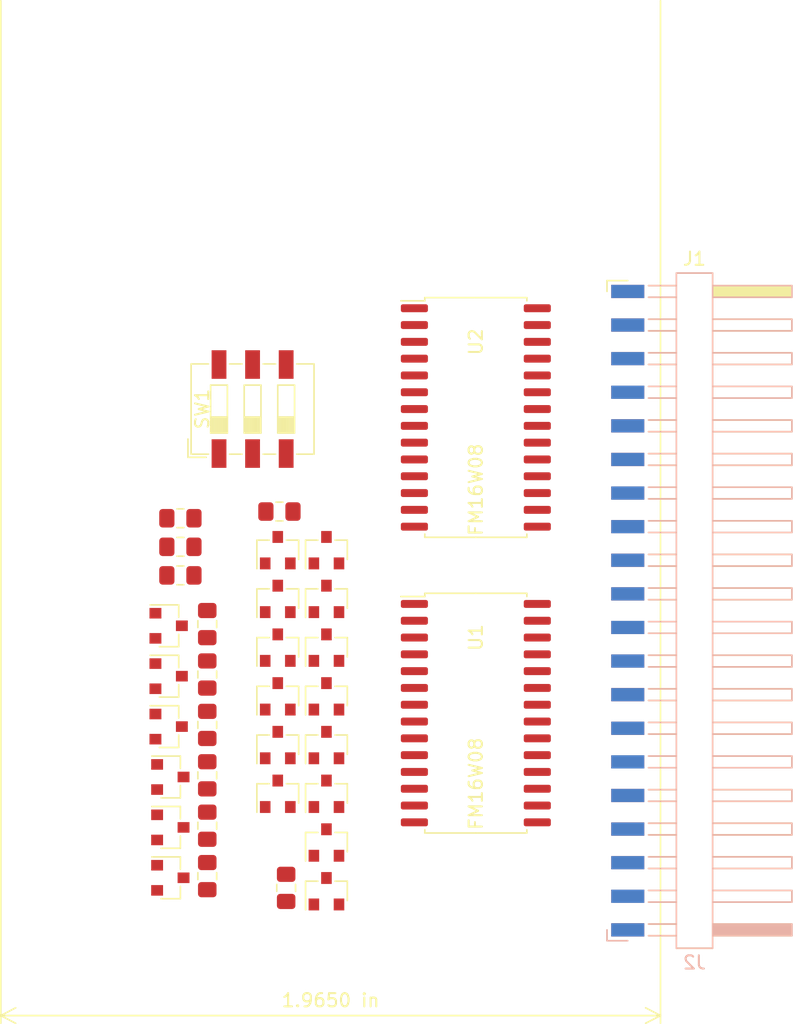
<source format=kicad_pcb>
(kicad_pcb (version 20171130) (host pcbnew "(5.1.2-1)-1")

  (general
    (thickness 1.6)
    (drawings 1)
    (tracks 0)
    (zones 0)
    (modules 36)
    (nets 58)
  )

  (page A4)
  (layers
    (0 F.Cu signal)
    (31 B.Cu signal)
    (32 B.Adhes user)
    (33 F.Adhes user)
    (34 B.Paste user)
    (35 F.Paste user)
    (36 B.SilkS user)
    (37 F.SilkS user)
    (38 B.Mask user)
    (39 F.Mask user)
    (40 Dwgs.User user)
    (41 Cmts.User user)
    (42 Eco1.User user)
    (43 Eco2.User user)
    (44 Edge.Cuts user)
    (45 Margin user)
    (46 B.CrtYd user)
    (47 F.CrtYd user)
    (48 B.Fab user)
    (49 F.Fab user)
  )

  (setup
    (last_trace_width 0.25)
    (trace_clearance 0.2)
    (zone_clearance 0.508)
    (zone_45_only no)
    (trace_min 0.2)
    (via_size 0.8)
    (via_drill 0.4)
    (via_min_size 0.4)
    (via_min_drill 0.3)
    (uvia_size 0.3)
    (uvia_drill 0.1)
    (uvias_allowed no)
    (uvia_min_size 0.2)
    (uvia_min_drill 0.1)
    (edge_width 0.05)
    (segment_width 0.2)
    (pcb_text_width 0.3)
    (pcb_text_size 1.5 1.5)
    (mod_edge_width 0.12)
    (mod_text_size 1 1)
    (mod_text_width 0.15)
    (pad_size 1.524 1.524)
    (pad_drill 0.762)
    (pad_to_mask_clearance 0.051)
    (solder_mask_min_width 0.25)
    (aux_axis_origin 0 0)
    (visible_elements FFFFFF7F)
    (pcbplotparams
      (layerselection 0x010fc_ffffffff)
      (usegerberextensions false)
      (usegerberattributes false)
      (usegerberadvancedattributes false)
      (creategerberjobfile false)
      (excludeedgelayer true)
      (linewidth 0.100000)
      (plotframeref false)
      (viasonmask false)
      (mode 1)
      (useauxorigin false)
      (hpglpennumber 1)
      (hpglpenspeed 20)
      (hpglpendiameter 15.000000)
      (psnegative false)
      (psa4output false)
      (plotreference true)
      (plotvalue true)
      (plotinvisibletext false)
      (padsonsilk false)
      (subtractmaskfromsilk false)
      (outputformat 1)
      (mirror false)
      (drillshape 1)
      (scaleselection 1)
      (outputdirectory ""))
  )

  (net 0 "")
  (net 1 S13)
  (net 2 GND)
  (net 3 ~S13)
  (net 4 S14)
  (net 5 ~S14)
  (net 6 S15)
  (net 7 ~S15)
  (net 8 ~CE)
  (net 9 "Net-(Q4-Pad2)")
  (net 10 A14)
  (net 11 "Net-(Q5-Pad2)")
  (net 12 ~A14)
  (net 13 "Net-(Q10-Pad3)")
  (net 14 ~A13)
  (net 15 A13)
  (net 16 "Net-(Q11-Pad3)")
  (net 17 "Net-(Q10-Pad2)")
  (net 18 "Net-(Q11-Pad2)")
  (net 19 "Net-(Q14-Pad2)")
  (net 20 "Net-(Q15-Pad2)")
  (net 21 "Net-(Q16-Pad2)")
  (net 22 "Net-(Q18-Pad1)")
  (net 23 ~A15)
  (net 24 VCC)
  (net 25 ~WE)
  (net 26 A8)
  (net 27 A9)
  (net 28 A11)
  (net 29 ~OE)
  (net 30 A10)
  (net 31 A0)
  (net 32 A1)
  (net 33 A2)
  (net 34 A3)
  (net 35 A4)
  (net 36 A5)
  (net 37 A6)
  (net 38 A7)
  (net 39 A12)
  (net 40 A15)
  (net 41 D0)
  (net 42 D1)
  (net 43 D2)
  (net 44 D3)
  (net 45 D4)
  (net 46 D5)
  (net 47 D6)
  (net 48 D7)
  (net 49 D8)
  (net 50 D9)
  (net 51 D10)
  (net 52 D11)
  (net 53 D12)
  (net 54 D13)
  (net 55 D14)
  (net 56 D15)
  (net 57 ~EN)

  (net_class Default "This is the default net class."
    (clearance 0.2)
    (trace_width 0.25)
    (via_dia 0.8)
    (via_drill 0.4)
    (uvia_dia 0.3)
    (uvia_drill 0.1)
    (add_net A0)
    (add_net A1)
    (add_net A10)
    (add_net A11)
    (add_net A12)
    (add_net A13)
    (add_net A14)
    (add_net A15)
    (add_net A2)
    (add_net A3)
    (add_net A4)
    (add_net A5)
    (add_net A6)
    (add_net A7)
    (add_net A8)
    (add_net A9)
    (add_net D0)
    (add_net D1)
    (add_net D10)
    (add_net D11)
    (add_net D12)
    (add_net D13)
    (add_net D14)
    (add_net D15)
    (add_net D2)
    (add_net D3)
    (add_net D4)
    (add_net D5)
    (add_net D6)
    (add_net D7)
    (add_net D8)
    (add_net D9)
    (add_net GND)
    (add_net "Net-(J1-Pad19)")
    (add_net "Net-(Q10-Pad2)")
    (add_net "Net-(Q10-Pad3)")
    (add_net "Net-(Q11-Pad2)")
    (add_net "Net-(Q11-Pad3)")
    (add_net "Net-(Q14-Pad2)")
    (add_net "Net-(Q15-Pad2)")
    (add_net "Net-(Q16-Pad2)")
    (add_net "Net-(Q18-Pad1)")
    (add_net "Net-(Q4-Pad2)")
    (add_net "Net-(Q5-Pad2)")
    (add_net S13)
    (add_net S14)
    (add_net S15)
    (add_net VCC)
    (add_net ~A13)
    (add_net ~A14)
    (add_net ~A15)
    (add_net ~CE)
    (add_net ~EN)
    (add_net ~OE)
    (add_net ~S13)
    (add_net ~S14)
    (add_net ~S15)
    (add_net ~WE)
  )

  (module Resistor_SMD:R_0805_2012Metric_Pad1.15x1.40mm_HandSolder (layer F.Cu) (tedit 5E0B7B28) (tstamp 5E5B6A22)
    (at 126.619 123.698 90)
    (descr "Resistor SMD 0805 (2012 Metric), square (rectangular) end terminal, IPC_7351 nominal with elongated pad for handsoldering. (Body size source: https://docs.google.com/spreadsheets/d/1BsfQQcO9C6DZCsRaXUlFlo91Tg2WpOkGARC1WS5S8t0/edit?usp=sharing), generated with kicad-footprint-generator")
    (tags "resistor handsolder")
    (path /5E7C9584)
    (attr smd)
    (fp_text reference R11 (at 0 -1.65 90) (layer F.SilkS) hide
      (effects (font (size 1 1) (thickness 0.15)))
    )
    (fp_text value R (at 0 1.65 90) (layer F.SilkS) hide
      (effects (font (size 1 1) (thickness 0.15)))
    )
    (fp_text user %R (at 0 0 90) (layer F.Fab) hide
      (effects (font (size 0.5 0.5) (thickness 0.08)))
    )
    (fp_line (start 1.85 0.95) (end -1.85 0.95) (layer F.CrtYd) (width 0.05))
    (fp_line (start 1.85 -0.95) (end 1.85 0.95) (layer F.CrtYd) (width 0.05))
    (fp_line (start -1.85 -0.95) (end 1.85 -0.95) (layer F.CrtYd) (width 0.05))
    (fp_line (start -1.85 0.95) (end -1.85 -0.95) (layer F.CrtYd) (width 0.05))
    (fp_line (start -0.261252 0.71) (end 0.261252 0.71) (layer F.SilkS) (width 0.12))
    (fp_line (start -0.261252 -0.71) (end 0.261252 -0.71) (layer F.SilkS) (width 0.12))
    (fp_line (start 1 0.6) (end -1 0.6) (layer F.Fab) (width 0.1))
    (fp_line (start 1 -0.6) (end 1 0.6) (layer F.Fab) (width 0.1))
    (fp_line (start -1 -0.6) (end 1 -0.6) (layer F.Fab) (width 0.1))
    (fp_line (start -1 0.6) (end -1 -0.6) (layer F.Fab) (width 0.1))
    (pad 2 smd roundrect (at 1.025 0 90) (size 1.15 1.4) (layers F.Cu F.Paste F.Mask) (roundrect_rratio 0.217391)
      (net 22 "Net-(Q18-Pad1)"))
    (pad 1 smd roundrect (at -1.025 0 90) (size 1.15 1.4) (layers F.Cu F.Paste F.Mask) (roundrect_rratio 0.217391)
      (net 24 VCC))
    (model ${KISYS3DMOD}/Resistor_SMD.3dshapes/R_0805_2012Metric.wrl
      (at (xyz 0 0 0))
      (scale (xyz 1 1 1))
      (rotate (xyz 0 0 0))
    )
  )

  (module Package_TO_SOT_SMD:SOT-23 (layer F.Cu) (tedit 5E17D01C) (tstamp 5E5B68D1)
    (at 129.667 123.952 90)
    (descr "SOT-23, Standard")
    (tags SOT-23)
    (path /5E7C7CBB)
    (attr smd)
    (fp_text reference Q20 (at 0 -2.5 90) (layer F.SilkS) hide
      (effects (font (size 1 1) (thickness 0.15)))
    )
    (fp_text value 2N7002 (at 0 2.5 90) (layer F.Fab) hide
      (effects (font (size 1 1) (thickness 0.15)))
    )
    (fp_line (start 0.76 1.58) (end -0.7 1.58) (layer F.SilkS) (width 0.12))
    (fp_line (start 0.76 -1.58) (end -1.4 -1.58) (layer F.SilkS) (width 0.12))
    (fp_line (start -1.7 1.75) (end -1.7 -1.75) (layer F.CrtYd) (width 0.05))
    (fp_line (start 1.7 1.75) (end -1.7 1.75) (layer F.CrtYd) (width 0.05))
    (fp_line (start 1.7 -1.75) (end 1.7 1.75) (layer F.CrtYd) (width 0.05))
    (fp_line (start -1.7 -1.75) (end 1.7 -1.75) (layer F.CrtYd) (width 0.05))
    (fp_line (start 0.76 -1.58) (end 0.76 -0.65) (layer F.SilkS) (width 0.12))
    (fp_line (start 0.76 1.58) (end 0.76 0.65) (layer F.SilkS) (width 0.12))
    (fp_line (start -0.7 1.52) (end 0.7 1.52) (layer F.Fab) (width 0.1))
    (fp_line (start 0.7 -1.52) (end 0.7 1.52) (layer F.Fab) (width 0.1))
    (fp_line (start -0.7 -0.95) (end -0.15 -1.52) (layer F.Fab) (width 0.1))
    (fp_line (start -0.15 -1.52) (end 0.7 -1.52) (layer F.Fab) (width 0.1))
    (fp_line (start -0.7 -0.95) (end -0.7 1.5) (layer F.Fab) (width 0.1))
    (fp_text user %R (at 0 0) (layer F.Fab)
      (effects (font (size 0.5 0.5) (thickness 0.075)))
    )
    (pad 3 smd rect (at 1 0 90) (size 0.9 0.8) (layers F.Cu F.Paste F.Mask)
      (net 22 "Net-(Q18-Pad1)"))
    (pad 2 smd rect (at -1 0.95 90) (size 0.9 0.8) (layers F.Cu F.Paste F.Mask)
      (net 2 GND))
    (pad 1 smd rect (at -1 -0.95 90) (size 0.9 0.8) (layers F.Cu F.Paste F.Mask)
      (net 57 ~EN))
    (model ${KISYS3DMOD}/Package_TO_SOT_SMD.3dshapes/SOT-23.wrl
      (at (xyz 0 0 0))
      (scale (xyz 1 1 1))
      (rotate (xyz 0 0 0))
    )
  )

  (module Connector_Harwin:Harwin_M20-89020xx_1x20_P2.54mm_Horizontal (layer B.Cu) (tedit 5B154A07) (tstamp 5E54344D)
    (at 157.988 102.743)
    (descr "Harwin Male Horizontal Surface Mount Single Row 2.54mm (0.1 inch) Pitch PCB Connector, M20-89020xx, 20 Pins per row (https://cdn.harwin.com/pdfs/M20-890.pdf), generated with kicad-footprint-generator")
    (tags "connector Harwin M20-890 horizontal")
    (path /5EBA0A0D)
    (attr smd)
    (fp_text reference J2 (at -0.48 26.6) (layer B.SilkS)
      (effects (font (size 1 1) (thickness 0.15)) (justify mirror))
    )
    (fp_text value Bottom (at -0.48 -26.6) (layer B.Fab)
      (effects (font (size 1 1) (thickness 0.15)) (justify mirror))
    )
    (fp_text user %R (at -0.48 0 -90) (layer B.Fab)
      (effects (font (size 1 1) (thickness 0.15)) (justify mirror))
    )
    (fp_line (start -7.28 -25.9) (end -7.28 25.9) (layer B.CrtYd) (width 0.05))
    (fp_line (start 7.28 -25.9) (end -7.28 -25.9) (layer B.CrtYd) (width 0.05))
    (fp_line (start 7.28 25.9) (end 7.28 -25.9) (layer B.CrtYd) (width 0.05))
    (fp_line (start -7.28 25.9) (end 7.28 25.9) (layer B.CrtYd) (width 0.05))
    (fp_line (start -7.095 24.95) (end -5.525 24.95) (layer B.SilkS) (width 0.12))
    (fp_line (start -7.095 24.13) (end -7.095 24.95) (layer B.SilkS) (width 0.12))
    (fp_line (start 6.895 -24.57) (end 0.895 -24.57) (layer B.SilkS) (width 0.12))
    (fp_line (start 6.895 -23.69) (end 6.895 -24.57) (layer B.SilkS) (width 0.12))
    (fp_line (start 0.895 -23.69) (end 6.895 -23.69) (layer B.SilkS) (width 0.12))
    (fp_line (start -3.955 -24.57) (end -1.845 -24.57) (layer B.SilkS) (width 0.12))
    (fp_line (start -3.955 -23.69) (end -1.845 -23.69) (layer B.SilkS) (width 0.12))
    (fp_line (start 6.895 -22.03) (end 0.895 -22.03) (layer B.SilkS) (width 0.12))
    (fp_line (start 6.895 -21.15) (end 6.895 -22.03) (layer B.SilkS) (width 0.12))
    (fp_line (start 0.895 -21.15) (end 6.895 -21.15) (layer B.SilkS) (width 0.12))
    (fp_line (start -3.955 -22.03) (end -1.845 -22.03) (layer B.SilkS) (width 0.12))
    (fp_line (start -3.955 -21.15) (end -1.845 -21.15) (layer B.SilkS) (width 0.12))
    (fp_line (start 6.895 -19.49) (end 0.895 -19.49) (layer B.SilkS) (width 0.12))
    (fp_line (start 6.895 -18.61) (end 6.895 -19.49) (layer B.SilkS) (width 0.12))
    (fp_line (start 0.895 -18.61) (end 6.895 -18.61) (layer B.SilkS) (width 0.12))
    (fp_line (start -3.955 -19.49) (end -1.845 -19.49) (layer B.SilkS) (width 0.12))
    (fp_line (start -3.955 -18.61) (end -1.845 -18.61) (layer B.SilkS) (width 0.12))
    (fp_line (start 6.895 -16.95) (end 0.895 -16.95) (layer B.SilkS) (width 0.12))
    (fp_line (start 6.895 -16.07) (end 6.895 -16.95) (layer B.SilkS) (width 0.12))
    (fp_line (start 0.895 -16.07) (end 6.895 -16.07) (layer B.SilkS) (width 0.12))
    (fp_line (start -3.955 -16.95) (end -1.845 -16.95) (layer B.SilkS) (width 0.12))
    (fp_line (start -3.955 -16.07) (end -1.845 -16.07) (layer B.SilkS) (width 0.12))
    (fp_line (start 6.895 -14.41) (end 0.895 -14.41) (layer B.SilkS) (width 0.12))
    (fp_line (start 6.895 -13.53) (end 6.895 -14.41) (layer B.SilkS) (width 0.12))
    (fp_line (start 0.895 -13.53) (end 6.895 -13.53) (layer B.SilkS) (width 0.12))
    (fp_line (start -3.955 -14.41) (end -1.845 -14.41) (layer B.SilkS) (width 0.12))
    (fp_line (start -3.955 -13.53) (end -1.845 -13.53) (layer B.SilkS) (width 0.12))
    (fp_line (start 6.895 -11.87) (end 0.895 -11.87) (layer B.SilkS) (width 0.12))
    (fp_line (start 6.895 -10.99) (end 6.895 -11.87) (layer B.SilkS) (width 0.12))
    (fp_line (start 0.895 -10.99) (end 6.895 -10.99) (layer B.SilkS) (width 0.12))
    (fp_line (start -3.955 -11.87) (end -1.845 -11.87) (layer B.SilkS) (width 0.12))
    (fp_line (start -3.955 -10.99) (end -1.845 -10.99) (layer B.SilkS) (width 0.12))
    (fp_line (start 6.895 -9.33) (end 0.895 -9.33) (layer B.SilkS) (width 0.12))
    (fp_line (start 6.895 -8.45) (end 6.895 -9.33) (layer B.SilkS) (width 0.12))
    (fp_line (start 0.895 -8.45) (end 6.895 -8.45) (layer B.SilkS) (width 0.12))
    (fp_line (start -3.955 -9.33) (end -1.845 -9.33) (layer B.SilkS) (width 0.12))
    (fp_line (start -3.955 -8.45) (end -1.845 -8.45) (layer B.SilkS) (width 0.12))
    (fp_line (start 6.895 -6.79) (end 0.895 -6.79) (layer B.SilkS) (width 0.12))
    (fp_line (start 6.895 -5.91) (end 6.895 -6.79) (layer B.SilkS) (width 0.12))
    (fp_line (start 0.895 -5.91) (end 6.895 -5.91) (layer B.SilkS) (width 0.12))
    (fp_line (start -3.955 -6.79) (end -1.845 -6.79) (layer B.SilkS) (width 0.12))
    (fp_line (start -3.955 -5.91) (end -1.845 -5.91) (layer B.SilkS) (width 0.12))
    (fp_line (start 6.895 -4.25) (end 0.895 -4.25) (layer B.SilkS) (width 0.12))
    (fp_line (start 6.895 -3.37) (end 6.895 -4.25) (layer B.SilkS) (width 0.12))
    (fp_line (start 0.895 -3.37) (end 6.895 -3.37) (layer B.SilkS) (width 0.12))
    (fp_line (start -3.955 -4.25) (end -1.845 -4.25) (layer B.SilkS) (width 0.12))
    (fp_line (start -3.955 -3.37) (end -1.845 -3.37) (layer B.SilkS) (width 0.12))
    (fp_line (start 6.895 -1.71) (end 0.895 -1.71) (layer B.SilkS) (width 0.12))
    (fp_line (start 6.895 -0.83) (end 6.895 -1.71) (layer B.SilkS) (width 0.12))
    (fp_line (start 0.895 -0.83) (end 6.895 -0.83) (layer B.SilkS) (width 0.12))
    (fp_line (start -3.955 -1.71) (end -1.845 -1.71) (layer B.SilkS) (width 0.12))
    (fp_line (start -3.955 -0.83) (end -1.845 -0.83) (layer B.SilkS) (width 0.12))
    (fp_line (start 6.895 0.83) (end 0.895 0.83) (layer B.SilkS) (width 0.12))
    (fp_line (start 6.895 1.71) (end 6.895 0.83) (layer B.SilkS) (width 0.12))
    (fp_line (start 0.895 1.71) (end 6.895 1.71) (layer B.SilkS) (width 0.12))
    (fp_line (start -3.955 0.83) (end -1.845 0.83) (layer B.SilkS) (width 0.12))
    (fp_line (start -3.955 1.71) (end -1.845 1.71) (layer B.SilkS) (width 0.12))
    (fp_line (start 6.895 3.37) (end 0.895 3.37) (layer B.SilkS) (width 0.12))
    (fp_line (start 6.895 4.25) (end 6.895 3.37) (layer B.SilkS) (width 0.12))
    (fp_line (start 0.895 4.25) (end 6.895 4.25) (layer B.SilkS) (width 0.12))
    (fp_line (start -3.955 3.37) (end -1.845 3.37) (layer B.SilkS) (width 0.12))
    (fp_line (start -3.955 4.25) (end -1.845 4.25) (layer B.SilkS) (width 0.12))
    (fp_line (start 6.895 5.91) (end 0.895 5.91) (layer B.SilkS) (width 0.12))
    (fp_line (start 6.895 6.79) (end 6.895 5.91) (layer B.SilkS) (width 0.12))
    (fp_line (start 0.895 6.79) (end 6.895 6.79) (layer B.SilkS) (width 0.12))
    (fp_line (start -3.955 5.91) (end -1.845 5.91) (layer B.SilkS) (width 0.12))
    (fp_line (start -3.955 6.79) (end -1.845 6.79) (layer B.SilkS) (width 0.12))
    (fp_line (start 6.895 8.45) (end 0.895 8.45) (layer B.SilkS) (width 0.12))
    (fp_line (start 6.895 9.33) (end 6.895 8.45) (layer B.SilkS) (width 0.12))
    (fp_line (start 0.895 9.33) (end 6.895 9.33) (layer B.SilkS) (width 0.12))
    (fp_line (start -3.955 8.45) (end -1.845 8.45) (layer B.SilkS) (width 0.12))
    (fp_line (start -3.955 9.33) (end -1.845 9.33) (layer B.SilkS) (width 0.12))
    (fp_line (start 6.895 10.99) (end 0.895 10.99) (layer B.SilkS) (width 0.12))
    (fp_line (start 6.895 11.87) (end 6.895 10.99) (layer B.SilkS) (width 0.12))
    (fp_line (start 0.895 11.87) (end 6.895 11.87) (layer B.SilkS) (width 0.12))
    (fp_line (start -3.955 10.99) (end -1.845 10.99) (layer B.SilkS) (width 0.12))
    (fp_line (start -3.955 11.87) (end -1.845 11.87) (layer B.SilkS) (width 0.12))
    (fp_line (start 6.895 13.53) (end 0.895 13.53) (layer B.SilkS) (width 0.12))
    (fp_line (start 6.895 14.41) (end 6.895 13.53) (layer B.SilkS) (width 0.12))
    (fp_line (start 0.895 14.41) (end 6.895 14.41) (layer B.SilkS) (width 0.12))
    (fp_line (start -3.955 13.53) (end -1.845 13.53) (layer B.SilkS) (width 0.12))
    (fp_line (start -3.955 14.41) (end -1.845 14.41) (layer B.SilkS) (width 0.12))
    (fp_line (start 6.895 16.07) (end 0.895 16.07) (layer B.SilkS) (width 0.12))
    (fp_line (start 6.895 16.95) (end 6.895 16.07) (layer B.SilkS) (width 0.12))
    (fp_line (start 0.895 16.95) (end 6.895 16.95) (layer B.SilkS) (width 0.12))
    (fp_line (start -3.955 16.07) (end -1.845 16.07) (layer B.SilkS) (width 0.12))
    (fp_line (start -3.955 16.95) (end -1.845 16.95) (layer B.SilkS) (width 0.12))
    (fp_line (start 6.895 18.61) (end 0.895 18.61) (layer B.SilkS) (width 0.12))
    (fp_line (start 6.895 19.49) (end 6.895 18.61) (layer B.SilkS) (width 0.12))
    (fp_line (start 0.895 19.49) (end 6.895 19.49) (layer B.SilkS) (width 0.12))
    (fp_line (start -3.955 18.61) (end -1.845 18.61) (layer B.SilkS) (width 0.12))
    (fp_line (start -3.955 19.49) (end -1.845 19.49) (layer B.SilkS) (width 0.12))
    (fp_line (start 6.895 21.15) (end 0.895 21.15) (layer B.SilkS) (width 0.12))
    (fp_line (start 6.895 22.03) (end 6.895 21.15) (layer B.SilkS) (width 0.12))
    (fp_line (start 0.895 22.03) (end 6.895 22.03) (layer B.SilkS) (width 0.12))
    (fp_line (start -3.955 21.15) (end -1.845 21.15) (layer B.SilkS) (width 0.12))
    (fp_line (start -3.955 22.03) (end -1.845 22.03) (layer B.SilkS) (width 0.12))
    (fp_line (start 6.895 23.69) (end 0.895 23.69) (layer B.SilkS) (width 0.12))
    (fp_line (start 6.895 24.57) (end 6.895 23.69) (layer B.SilkS) (width 0.12))
    (fp_line (start 0.895 24.57) (end 6.895 24.57) (layer B.SilkS) (width 0.12))
    (fp_line (start -3.955 23.69) (end -1.845 23.69) (layer B.SilkS) (width 0.12))
    (fp_line (start -3.955 24.57) (end -1.845 24.57) (layer B.SilkS) (width 0.12))
    (fp_line (start -1.845 -25.52) (end -1.845 25.52) (layer B.SilkS) (width 0.12))
    (fp_line (start 0.895 -25.52) (end -1.845 -25.52) (layer B.SilkS) (width 0.12))
    (fp_line (start 0.895 25.52) (end 0.895 -25.52) (layer B.SilkS) (width 0.12))
    (fp_line (start -1.845 25.52) (end 0.895 25.52) (layer B.SilkS) (width 0.12))
    (fp_line (start -1.725 -25.4) (end -1.725 25) (layer B.Fab) (width 0.1))
    (fp_line (start 0.775 -25.4) (end -1.725 -25.4) (layer B.Fab) (width 0.1))
    (fp_line (start 0.775 25.4) (end 0.775 -25.4) (layer B.Fab) (width 0.1))
    (fp_line (start -1.325 25.4) (end 0.775 25.4) (layer B.Fab) (width 0.1))
    (fp_line (start -1.725 25) (end -1.325 25.4) (layer B.Fab) (width 0.1))
    (fp_line (start 6.775 -24.45) (end 0.775 -24.45) (layer B.Fab) (width 0.1))
    (fp_line (start 6.775 -23.81) (end 6.775 -24.45) (layer B.Fab) (width 0.1))
    (fp_line (start 0.775 -23.81) (end 6.775 -23.81) (layer B.Fab) (width 0.1))
    (fp_line (start -6.425 -24.45) (end -1.725 -24.45) (layer B.Fab) (width 0.1))
    (fp_line (start -6.425 -23.81) (end -6.425 -24.45) (layer B.Fab) (width 0.1))
    (fp_line (start -1.725 -23.81) (end -6.425 -23.81) (layer B.Fab) (width 0.1))
    (fp_line (start 6.775 -21.91) (end 0.775 -21.91) (layer B.Fab) (width 0.1))
    (fp_line (start 6.775 -21.27) (end 6.775 -21.91) (layer B.Fab) (width 0.1))
    (fp_line (start 0.775 -21.27) (end 6.775 -21.27) (layer B.Fab) (width 0.1))
    (fp_line (start -6.425 -21.91) (end -1.725 -21.91) (layer B.Fab) (width 0.1))
    (fp_line (start -6.425 -21.27) (end -6.425 -21.91) (layer B.Fab) (width 0.1))
    (fp_line (start -1.725 -21.27) (end -6.425 -21.27) (layer B.Fab) (width 0.1))
    (fp_line (start 6.775 -19.37) (end 0.775 -19.37) (layer B.Fab) (width 0.1))
    (fp_line (start 6.775 -18.73) (end 6.775 -19.37) (layer B.Fab) (width 0.1))
    (fp_line (start 0.775 -18.73) (end 6.775 -18.73) (layer B.Fab) (width 0.1))
    (fp_line (start -6.425 -19.37) (end -1.725 -19.37) (layer B.Fab) (width 0.1))
    (fp_line (start -6.425 -18.73) (end -6.425 -19.37) (layer B.Fab) (width 0.1))
    (fp_line (start -1.725 -18.73) (end -6.425 -18.73) (layer B.Fab) (width 0.1))
    (fp_line (start 6.775 -16.83) (end 0.775 -16.83) (layer B.Fab) (width 0.1))
    (fp_line (start 6.775 -16.19) (end 6.775 -16.83) (layer B.Fab) (width 0.1))
    (fp_line (start 0.775 -16.19) (end 6.775 -16.19) (layer B.Fab) (width 0.1))
    (fp_line (start -6.425 -16.83) (end -1.725 -16.83) (layer B.Fab) (width 0.1))
    (fp_line (start -6.425 -16.19) (end -6.425 -16.83) (layer B.Fab) (width 0.1))
    (fp_line (start -1.725 -16.19) (end -6.425 -16.19) (layer B.Fab) (width 0.1))
    (fp_line (start 6.775 -14.29) (end 0.775 -14.29) (layer B.Fab) (width 0.1))
    (fp_line (start 6.775 -13.65) (end 6.775 -14.29) (layer B.Fab) (width 0.1))
    (fp_line (start 0.775 -13.65) (end 6.775 -13.65) (layer B.Fab) (width 0.1))
    (fp_line (start -6.425 -14.29) (end -1.725 -14.29) (layer B.Fab) (width 0.1))
    (fp_line (start -6.425 -13.65) (end -6.425 -14.29) (layer B.Fab) (width 0.1))
    (fp_line (start -1.725 -13.65) (end -6.425 -13.65) (layer B.Fab) (width 0.1))
    (fp_line (start 6.775 -11.75) (end 0.775 -11.75) (layer B.Fab) (width 0.1))
    (fp_line (start 6.775 -11.11) (end 6.775 -11.75) (layer B.Fab) (width 0.1))
    (fp_line (start 0.775 -11.11) (end 6.775 -11.11) (layer B.Fab) (width 0.1))
    (fp_line (start -6.425 -11.75) (end -1.725 -11.75) (layer B.Fab) (width 0.1))
    (fp_line (start -6.425 -11.11) (end -6.425 -11.75) (layer B.Fab) (width 0.1))
    (fp_line (start -1.725 -11.11) (end -6.425 -11.11) (layer B.Fab) (width 0.1))
    (fp_line (start 6.775 -9.21) (end 0.775 -9.21) (layer B.Fab) (width 0.1))
    (fp_line (start 6.775 -8.57) (end 6.775 -9.21) (layer B.Fab) (width 0.1))
    (fp_line (start 0.775 -8.57) (end 6.775 -8.57) (layer B.Fab) (width 0.1))
    (fp_line (start -6.425 -9.21) (end -1.725 -9.21) (layer B.Fab) (width 0.1))
    (fp_line (start -6.425 -8.57) (end -6.425 -9.21) (layer B.Fab) (width 0.1))
    (fp_line (start -1.725 -8.57) (end -6.425 -8.57) (layer B.Fab) (width 0.1))
    (fp_line (start 6.775 -6.67) (end 0.775 -6.67) (layer B.Fab) (width 0.1))
    (fp_line (start 6.775 -6.03) (end 6.775 -6.67) (layer B.Fab) (width 0.1))
    (fp_line (start 0.775 -6.03) (end 6.775 -6.03) (layer B.Fab) (width 0.1))
    (fp_line (start -6.425 -6.67) (end -1.725 -6.67) (layer B.Fab) (width 0.1))
    (fp_line (start -6.425 -6.03) (end -6.425 -6.67) (layer B.Fab) (width 0.1))
    (fp_line (start -1.725 -6.03) (end -6.425 -6.03) (layer B.Fab) (width 0.1))
    (fp_line (start 6.775 -4.13) (end 0.775 -4.13) (layer B.Fab) (width 0.1))
    (fp_line (start 6.775 -3.49) (end 6.775 -4.13) (layer B.Fab) (width 0.1))
    (fp_line (start 0.775 -3.49) (end 6.775 -3.49) (layer B.Fab) (width 0.1))
    (fp_line (start -6.425 -4.13) (end -1.725 -4.13) (layer B.Fab) (width 0.1))
    (fp_line (start -6.425 -3.49) (end -6.425 -4.13) (layer B.Fab) (width 0.1))
    (fp_line (start -1.725 -3.49) (end -6.425 -3.49) (layer B.Fab) (width 0.1))
    (fp_line (start 6.775 -1.59) (end 0.775 -1.59) (layer B.Fab) (width 0.1))
    (fp_line (start 6.775 -0.95) (end 6.775 -1.59) (layer B.Fab) (width 0.1))
    (fp_line (start 0.775 -0.95) (end 6.775 -0.95) (layer B.Fab) (width 0.1))
    (fp_line (start -6.425 -1.59) (end -1.725 -1.59) (layer B.Fab) (width 0.1))
    (fp_line (start -6.425 -0.95) (end -6.425 -1.59) (layer B.Fab) (width 0.1))
    (fp_line (start -1.725 -0.95) (end -6.425 -0.95) (layer B.Fab) (width 0.1))
    (fp_line (start 6.775 0.95) (end 0.775 0.95) (layer B.Fab) (width 0.1))
    (fp_line (start 6.775 1.59) (end 6.775 0.95) (layer B.Fab) (width 0.1))
    (fp_line (start 0.775 1.59) (end 6.775 1.59) (layer B.Fab) (width 0.1))
    (fp_line (start -6.425 0.95) (end -1.725 0.95) (layer B.Fab) (width 0.1))
    (fp_line (start -6.425 1.59) (end -6.425 0.95) (layer B.Fab) (width 0.1))
    (fp_line (start -1.725 1.59) (end -6.425 1.59) (layer B.Fab) (width 0.1))
    (fp_line (start 6.775 3.49) (end 0.775 3.49) (layer B.Fab) (width 0.1))
    (fp_line (start 6.775 4.13) (end 6.775 3.49) (layer B.Fab) (width 0.1))
    (fp_line (start 0.775 4.13) (end 6.775 4.13) (layer B.Fab) (width 0.1))
    (fp_line (start -6.425 3.49) (end -1.725 3.49) (layer B.Fab) (width 0.1))
    (fp_line (start -6.425 4.13) (end -6.425 3.49) (layer B.Fab) (width 0.1))
    (fp_line (start -1.725 4.13) (end -6.425 4.13) (layer B.Fab) (width 0.1))
    (fp_line (start 6.775 6.03) (end 0.775 6.03) (layer B.Fab) (width 0.1))
    (fp_line (start 6.775 6.67) (end 6.775 6.03) (layer B.Fab) (width 0.1))
    (fp_line (start 0.775 6.67) (end 6.775 6.67) (layer B.Fab) (width 0.1))
    (fp_line (start -6.425 6.03) (end -1.725 6.03) (layer B.Fab) (width 0.1))
    (fp_line (start -6.425 6.67) (end -6.425 6.03) (layer B.Fab) (width 0.1))
    (fp_line (start -1.725 6.67) (end -6.425 6.67) (layer B.Fab) (width 0.1))
    (fp_line (start 6.775 8.57) (end 0.775 8.57) (layer B.Fab) (width 0.1))
    (fp_line (start 6.775 9.21) (end 6.775 8.57) (layer B.Fab) (width 0.1))
    (fp_line (start 0.775 9.21) (end 6.775 9.21) (layer B.Fab) (width 0.1))
    (fp_line (start -6.425 8.57) (end -1.725 8.57) (layer B.Fab) (width 0.1))
    (fp_line (start -6.425 9.21) (end -6.425 8.57) (layer B.Fab) (width 0.1))
    (fp_line (start -1.725 9.21) (end -6.425 9.21) (layer B.Fab) (width 0.1))
    (fp_line (start 6.775 11.11) (end 0.775 11.11) (layer B.Fab) (width 0.1))
    (fp_line (start 6.775 11.75) (end 6.775 11.11) (layer B.Fab) (width 0.1))
    (fp_line (start 0.775 11.75) (end 6.775 11.75) (layer B.Fab) (width 0.1))
    (fp_line (start -6.425 11.11) (end -1.725 11.11) (layer B.Fab) (width 0.1))
    (fp_line (start -6.425 11.75) (end -6.425 11.11) (layer B.Fab) (width 0.1))
    (fp_line (start -1.725 11.75) (end -6.425 11.75) (layer B.Fab) (width 0.1))
    (fp_line (start 6.775 13.65) (end 0.775 13.65) (layer B.Fab) (width 0.1))
    (fp_line (start 6.775 14.29) (end 6.775 13.65) (layer B.Fab) (width 0.1))
    (fp_line (start 0.775 14.29) (end 6.775 14.29) (layer B.Fab) (width 0.1))
    (fp_line (start -6.425 13.65) (end -1.725 13.65) (layer B.Fab) (width 0.1))
    (fp_line (start -6.425 14.29) (end -6.425 13.65) (layer B.Fab) (width 0.1))
    (fp_line (start -1.725 14.29) (end -6.425 14.29) (layer B.Fab) (width 0.1))
    (fp_line (start 6.775 16.19) (end 0.775 16.19) (layer B.Fab) (width 0.1))
    (fp_line (start 6.775 16.83) (end 6.775 16.19) (layer B.Fab) (width 0.1))
    (fp_line (start 0.775 16.83) (end 6.775 16.83) (layer B.Fab) (width 0.1))
    (fp_line (start -6.425 16.19) (end -1.725 16.19) (layer B.Fab) (width 0.1))
    (fp_line (start -6.425 16.83) (end -6.425 16.19) (layer B.Fab) (width 0.1))
    (fp_line (start -1.725 16.83) (end -6.425 16.83) (layer B.Fab) (width 0.1))
    (fp_line (start 6.775 18.73) (end 0.775 18.73) (layer B.Fab) (width 0.1))
    (fp_line (start 6.775 19.37) (end 6.775 18.73) (layer B.Fab) (width 0.1))
    (fp_line (start 0.775 19.37) (end 6.775 19.37) (layer B.Fab) (width 0.1))
    (fp_line (start -6.425 18.73) (end -1.725 18.73) (layer B.Fab) (width 0.1))
    (fp_line (start -6.425 19.37) (end -6.425 18.73) (layer B.Fab) (width 0.1))
    (fp_line (start -1.725 19.37) (end -6.425 19.37) (layer B.Fab) (width 0.1))
    (fp_line (start 6.775 21.27) (end 0.775 21.27) (layer B.Fab) (width 0.1))
    (fp_line (start 6.775 21.91) (end 6.775 21.27) (layer B.Fab) (width 0.1))
    (fp_line (start 0.775 21.91) (end 6.775 21.91) (layer B.Fab) (width 0.1))
    (fp_line (start -6.425 21.27) (end -1.725 21.27) (layer B.Fab) (width 0.1))
    (fp_line (start -6.425 21.91) (end -6.425 21.27) (layer B.Fab) (width 0.1))
    (fp_line (start -1.725 21.91) (end -6.425 21.91) (layer B.Fab) (width 0.1))
    (fp_line (start 6.775 23.81) (end 0.775 23.81) (layer B.Fab) (width 0.1))
    (fp_line (start 6.775 24.45) (end 6.775 23.81) (layer B.Fab) (width 0.1))
    (fp_line (start 0.775 24.45) (end 6.775 24.45) (layer B.Fab) (width 0.1))
    (fp_line (start -6.425 23.81) (end -1.725 23.81) (layer B.Fab) (width 0.1))
    (fp_line (start -6.425 24.45) (end -6.425 23.81) (layer B.Fab) (width 0.1))
    (fp_line (start -1.725 24.45) (end -6.425 24.45) (layer B.Fab) (width 0.1))
    (pad "" smd rect (at 3.895 24.13) (size 6 0.76) (layers B.SilkS))
    (pad 20 smd rect (at -5.525 -24.13) (size 2.5 1) (layers B.Cu B.Paste B.Mask)
      (net 24 VCC))
    (pad 19 smd rect (at -5.525 -21.59) (size 2.5 1) (layers B.Cu B.Paste B.Mask)
      (net 56 D15))
    (pad 18 smd rect (at -5.525 -19.05) (size 2.5 1) (layers B.Cu B.Paste B.Mask)
      (net 55 D14))
    (pad 17 smd rect (at -5.525 -16.51) (size 2.5 1) (layers B.Cu B.Paste B.Mask)
      (net 54 D13))
    (pad 16 smd rect (at -5.525 -13.97) (size 2.5 1) (layers B.Cu B.Paste B.Mask)
      (net 53 D12))
    (pad 15 smd rect (at -5.525 -11.43) (size 2.5 1) (layers B.Cu B.Paste B.Mask)
      (net 52 D11))
    (pad 14 smd rect (at -5.525 -8.89) (size 2.5 1) (layers B.Cu B.Paste B.Mask)
      (net 51 D10))
    (pad 13 smd rect (at -5.525 -6.35) (size 2.5 1) (layers B.Cu B.Paste B.Mask)
      (net 50 D9))
    (pad 12 smd rect (at -5.525 -3.81) (size 2.5 1) (layers B.Cu B.Paste B.Mask)
      (net 49 D8))
    (pad 11 smd rect (at -5.525 -1.27) (size 2.5 1) (layers B.Cu B.Paste B.Mask)
      (net 48 D7))
    (pad 10 smd rect (at -5.525 1.27) (size 2.5 1) (layers B.Cu B.Paste B.Mask)
      (net 47 D6))
    (pad 9 smd rect (at -5.525 3.81) (size 2.5 1) (layers B.Cu B.Paste B.Mask)
      (net 46 D5))
    (pad 8 smd rect (at -5.525 6.35) (size 2.5 1) (layers B.Cu B.Paste B.Mask)
      (net 45 D4))
    (pad 7 smd rect (at -5.525 8.89) (size 2.5 1) (layers B.Cu B.Paste B.Mask)
      (net 44 D3))
    (pad 6 smd rect (at -5.525 11.43) (size 2.5 1) (layers B.Cu B.Paste B.Mask)
      (net 43 D2))
    (pad 5 smd rect (at -5.525 13.97) (size 2.5 1) (layers B.Cu B.Paste B.Mask)
      (net 42 D1))
    (pad 4 smd rect (at -5.525 16.51) (size 2.5 1) (layers B.Cu B.Paste B.Mask)
      (net 41 D0))
    (pad 3 smd rect (at -5.525 19.05) (size 2.5 1) (layers B.Cu B.Paste B.Mask)
      (net 29 ~OE))
    (pad 2 smd rect (at -5.525 21.59) (size 2.5 1) (layers B.Cu B.Paste B.Mask)
      (net 25 ~WE))
    (pad 1 smd rect (at -5.525 24.13) (size 2.5 1) (layers B.Cu B.Paste B.Mask)
      (net 2 GND))
    (model ${KISYS3DMOD}/Connector_Harwin.3dshapes/Harwin_M20-89020xx_1x20_P2.54mm_Horizontal.wrl
      (at (xyz 0 0 0))
      (scale (xyz 1 1 1))
      (rotate (xyz 0 0 0))
    )
  )

  (module Connector_Harwin:Harwin_M20-89020xx_1x20_P2.54mm_Horizontal (layer F.Cu) (tedit 5B154A07) (tstamp 5E543348)
    (at 157.988 102.743)
    (descr "Harwin Male Horizontal Surface Mount Single Row 2.54mm (0.1 inch) Pitch PCB Connector, M20-89020xx, 20 Pins per row (https://cdn.harwin.com/pdfs/M20-890.pdf), generated with kicad-footprint-generator")
    (tags "connector Harwin M20-890 horizontal")
    (path /5EB9E1C9)
    (attr smd)
    (fp_text reference J1 (at -0.48 -26.6) (layer F.SilkS)
      (effects (font (size 1 1) (thickness 0.15)))
    )
    (fp_text value Top (at -0.48 26.6) (layer F.Fab)
      (effects (font (size 1 1) (thickness 0.15)))
    )
    (fp_text user %R (at -0.48 0 90) (layer F.Fab)
      (effects (font (size 1 1) (thickness 0.15)))
    )
    (fp_line (start -7.28 25.9) (end -7.28 -25.9) (layer F.CrtYd) (width 0.05))
    (fp_line (start 7.28 25.9) (end -7.28 25.9) (layer F.CrtYd) (width 0.05))
    (fp_line (start 7.28 -25.9) (end 7.28 25.9) (layer F.CrtYd) (width 0.05))
    (fp_line (start -7.28 -25.9) (end 7.28 -25.9) (layer F.CrtYd) (width 0.05))
    (fp_line (start -7.095 -24.95) (end -5.525 -24.95) (layer F.SilkS) (width 0.12))
    (fp_line (start -7.095 -24.13) (end -7.095 -24.95) (layer F.SilkS) (width 0.12))
    (fp_line (start 6.895 24.57) (end 0.895 24.57) (layer F.SilkS) (width 0.12))
    (fp_line (start 6.895 23.69) (end 6.895 24.57) (layer F.SilkS) (width 0.12))
    (fp_line (start 0.895 23.69) (end 6.895 23.69) (layer F.SilkS) (width 0.12))
    (fp_line (start -3.955 24.57) (end -1.845 24.57) (layer F.SilkS) (width 0.12))
    (fp_line (start -3.955 23.69) (end -1.845 23.69) (layer F.SilkS) (width 0.12))
    (fp_line (start 6.895 22.03) (end 0.895 22.03) (layer F.SilkS) (width 0.12))
    (fp_line (start 6.895 21.15) (end 6.895 22.03) (layer F.SilkS) (width 0.12))
    (fp_line (start 0.895 21.15) (end 6.895 21.15) (layer F.SilkS) (width 0.12))
    (fp_line (start -3.955 22.03) (end -1.845 22.03) (layer F.SilkS) (width 0.12))
    (fp_line (start -3.955 21.15) (end -1.845 21.15) (layer F.SilkS) (width 0.12))
    (fp_line (start 6.895 19.49) (end 0.895 19.49) (layer F.SilkS) (width 0.12))
    (fp_line (start 6.895 18.61) (end 6.895 19.49) (layer F.SilkS) (width 0.12))
    (fp_line (start 0.895 18.61) (end 6.895 18.61) (layer F.SilkS) (width 0.12))
    (fp_line (start -3.955 19.49) (end -1.845 19.49) (layer F.SilkS) (width 0.12))
    (fp_line (start -3.955 18.61) (end -1.845 18.61) (layer F.SilkS) (width 0.12))
    (fp_line (start 6.895 16.95) (end 0.895 16.95) (layer F.SilkS) (width 0.12))
    (fp_line (start 6.895 16.07) (end 6.895 16.95) (layer F.SilkS) (width 0.12))
    (fp_line (start 0.895 16.07) (end 6.895 16.07) (layer F.SilkS) (width 0.12))
    (fp_line (start -3.955 16.95) (end -1.845 16.95) (layer F.SilkS) (width 0.12))
    (fp_line (start -3.955 16.07) (end -1.845 16.07) (layer F.SilkS) (width 0.12))
    (fp_line (start 6.895 14.41) (end 0.895 14.41) (layer F.SilkS) (width 0.12))
    (fp_line (start 6.895 13.53) (end 6.895 14.41) (layer F.SilkS) (width 0.12))
    (fp_line (start 0.895 13.53) (end 6.895 13.53) (layer F.SilkS) (width 0.12))
    (fp_line (start -3.955 14.41) (end -1.845 14.41) (layer F.SilkS) (width 0.12))
    (fp_line (start -3.955 13.53) (end -1.845 13.53) (layer F.SilkS) (width 0.12))
    (fp_line (start 6.895 11.87) (end 0.895 11.87) (layer F.SilkS) (width 0.12))
    (fp_line (start 6.895 10.99) (end 6.895 11.87) (layer F.SilkS) (width 0.12))
    (fp_line (start 0.895 10.99) (end 6.895 10.99) (layer F.SilkS) (width 0.12))
    (fp_line (start -3.955 11.87) (end -1.845 11.87) (layer F.SilkS) (width 0.12))
    (fp_line (start -3.955 10.99) (end -1.845 10.99) (layer F.SilkS) (width 0.12))
    (fp_line (start 6.895 9.33) (end 0.895 9.33) (layer F.SilkS) (width 0.12))
    (fp_line (start 6.895 8.45) (end 6.895 9.33) (layer F.SilkS) (width 0.12))
    (fp_line (start 0.895 8.45) (end 6.895 8.45) (layer F.SilkS) (width 0.12))
    (fp_line (start -3.955 9.33) (end -1.845 9.33) (layer F.SilkS) (width 0.12))
    (fp_line (start -3.955 8.45) (end -1.845 8.45) (layer F.SilkS) (width 0.12))
    (fp_line (start 6.895 6.79) (end 0.895 6.79) (layer F.SilkS) (width 0.12))
    (fp_line (start 6.895 5.91) (end 6.895 6.79) (layer F.SilkS) (width 0.12))
    (fp_line (start 0.895 5.91) (end 6.895 5.91) (layer F.SilkS) (width 0.12))
    (fp_line (start -3.955 6.79) (end -1.845 6.79) (layer F.SilkS) (width 0.12))
    (fp_line (start -3.955 5.91) (end -1.845 5.91) (layer F.SilkS) (width 0.12))
    (fp_line (start 6.895 4.25) (end 0.895 4.25) (layer F.SilkS) (width 0.12))
    (fp_line (start 6.895 3.37) (end 6.895 4.25) (layer F.SilkS) (width 0.12))
    (fp_line (start 0.895 3.37) (end 6.895 3.37) (layer F.SilkS) (width 0.12))
    (fp_line (start -3.955 4.25) (end -1.845 4.25) (layer F.SilkS) (width 0.12))
    (fp_line (start -3.955 3.37) (end -1.845 3.37) (layer F.SilkS) (width 0.12))
    (fp_line (start 6.895 1.71) (end 0.895 1.71) (layer F.SilkS) (width 0.12))
    (fp_line (start 6.895 0.83) (end 6.895 1.71) (layer F.SilkS) (width 0.12))
    (fp_line (start 0.895 0.83) (end 6.895 0.83) (layer F.SilkS) (width 0.12))
    (fp_line (start -3.955 1.71) (end -1.845 1.71) (layer F.SilkS) (width 0.12))
    (fp_line (start -3.955 0.83) (end -1.845 0.83) (layer F.SilkS) (width 0.12))
    (fp_line (start 6.895 -0.83) (end 0.895 -0.83) (layer F.SilkS) (width 0.12))
    (fp_line (start 6.895 -1.71) (end 6.895 -0.83) (layer F.SilkS) (width 0.12))
    (fp_line (start 0.895 -1.71) (end 6.895 -1.71) (layer F.SilkS) (width 0.12))
    (fp_line (start -3.955 -0.83) (end -1.845 -0.83) (layer F.SilkS) (width 0.12))
    (fp_line (start -3.955 -1.71) (end -1.845 -1.71) (layer F.SilkS) (width 0.12))
    (fp_line (start 6.895 -3.37) (end 0.895 -3.37) (layer F.SilkS) (width 0.12))
    (fp_line (start 6.895 -4.25) (end 6.895 -3.37) (layer F.SilkS) (width 0.12))
    (fp_line (start 0.895 -4.25) (end 6.895 -4.25) (layer F.SilkS) (width 0.12))
    (fp_line (start -3.955 -3.37) (end -1.845 -3.37) (layer F.SilkS) (width 0.12))
    (fp_line (start -3.955 -4.25) (end -1.845 -4.25) (layer F.SilkS) (width 0.12))
    (fp_line (start 6.895 -5.91) (end 0.895 -5.91) (layer F.SilkS) (width 0.12))
    (fp_line (start 6.895 -6.79) (end 6.895 -5.91) (layer F.SilkS) (width 0.12))
    (fp_line (start 0.895 -6.79) (end 6.895 -6.79) (layer F.SilkS) (width 0.12))
    (fp_line (start -3.955 -5.91) (end -1.845 -5.91) (layer F.SilkS) (width 0.12))
    (fp_line (start -3.955 -6.79) (end -1.845 -6.79) (layer F.SilkS) (width 0.12))
    (fp_line (start 6.895 -8.45) (end 0.895 -8.45) (layer F.SilkS) (width 0.12))
    (fp_line (start 6.895 -9.33) (end 6.895 -8.45) (layer F.SilkS) (width 0.12))
    (fp_line (start 0.895 -9.33) (end 6.895 -9.33) (layer F.SilkS) (width 0.12))
    (fp_line (start -3.955 -8.45) (end -1.845 -8.45) (layer F.SilkS) (width 0.12))
    (fp_line (start -3.955 -9.33) (end -1.845 -9.33) (layer F.SilkS) (width 0.12))
    (fp_line (start 6.895 -10.99) (end 0.895 -10.99) (layer F.SilkS) (width 0.12))
    (fp_line (start 6.895 -11.87) (end 6.895 -10.99) (layer F.SilkS) (width 0.12))
    (fp_line (start 0.895 -11.87) (end 6.895 -11.87) (layer F.SilkS) (width 0.12))
    (fp_line (start -3.955 -10.99) (end -1.845 -10.99) (layer F.SilkS) (width 0.12))
    (fp_line (start -3.955 -11.87) (end -1.845 -11.87) (layer F.SilkS) (width 0.12))
    (fp_line (start 6.895 -13.53) (end 0.895 -13.53) (layer F.SilkS) (width 0.12))
    (fp_line (start 6.895 -14.41) (end 6.895 -13.53) (layer F.SilkS) (width 0.12))
    (fp_line (start 0.895 -14.41) (end 6.895 -14.41) (layer F.SilkS) (width 0.12))
    (fp_line (start -3.955 -13.53) (end -1.845 -13.53) (layer F.SilkS) (width 0.12))
    (fp_line (start -3.955 -14.41) (end -1.845 -14.41) (layer F.SilkS) (width 0.12))
    (fp_line (start 6.895 -16.07) (end 0.895 -16.07) (layer F.SilkS) (width 0.12))
    (fp_line (start 6.895 -16.95) (end 6.895 -16.07) (layer F.SilkS) (width 0.12))
    (fp_line (start 0.895 -16.95) (end 6.895 -16.95) (layer F.SilkS) (width 0.12))
    (fp_line (start -3.955 -16.07) (end -1.845 -16.07) (layer F.SilkS) (width 0.12))
    (fp_line (start -3.955 -16.95) (end -1.845 -16.95) (layer F.SilkS) (width 0.12))
    (fp_line (start 6.895 -18.61) (end 0.895 -18.61) (layer F.SilkS) (width 0.12))
    (fp_line (start 6.895 -19.49) (end 6.895 -18.61) (layer F.SilkS) (width 0.12))
    (fp_line (start 0.895 -19.49) (end 6.895 -19.49) (layer F.SilkS) (width 0.12))
    (fp_line (start -3.955 -18.61) (end -1.845 -18.61) (layer F.SilkS) (width 0.12))
    (fp_line (start -3.955 -19.49) (end -1.845 -19.49) (layer F.SilkS) (width 0.12))
    (fp_line (start 6.895 -21.15) (end 0.895 -21.15) (layer F.SilkS) (width 0.12))
    (fp_line (start 6.895 -22.03) (end 6.895 -21.15) (layer F.SilkS) (width 0.12))
    (fp_line (start 0.895 -22.03) (end 6.895 -22.03) (layer F.SilkS) (width 0.12))
    (fp_line (start -3.955 -21.15) (end -1.845 -21.15) (layer F.SilkS) (width 0.12))
    (fp_line (start -3.955 -22.03) (end -1.845 -22.03) (layer F.SilkS) (width 0.12))
    (fp_line (start 6.895 -23.69) (end 0.895 -23.69) (layer F.SilkS) (width 0.12))
    (fp_line (start 6.895 -24.57) (end 6.895 -23.69) (layer F.SilkS) (width 0.12))
    (fp_line (start 0.895 -24.57) (end 6.895 -24.57) (layer F.SilkS) (width 0.12))
    (fp_line (start -3.955 -23.69) (end -1.845 -23.69) (layer F.SilkS) (width 0.12))
    (fp_line (start -3.955 -24.57) (end -1.845 -24.57) (layer F.SilkS) (width 0.12))
    (fp_line (start -1.845 25.52) (end -1.845 -25.52) (layer F.SilkS) (width 0.12))
    (fp_line (start 0.895 25.52) (end -1.845 25.52) (layer F.SilkS) (width 0.12))
    (fp_line (start 0.895 -25.52) (end 0.895 25.52) (layer F.SilkS) (width 0.12))
    (fp_line (start -1.845 -25.52) (end 0.895 -25.52) (layer F.SilkS) (width 0.12))
    (fp_line (start -1.725 25.4) (end -1.725 -25) (layer F.Fab) (width 0.1))
    (fp_line (start 0.775 25.4) (end -1.725 25.4) (layer F.Fab) (width 0.1))
    (fp_line (start 0.775 -25.4) (end 0.775 25.4) (layer F.Fab) (width 0.1))
    (fp_line (start -1.325 -25.4) (end 0.775 -25.4) (layer F.Fab) (width 0.1))
    (fp_line (start -1.725 -25) (end -1.325 -25.4) (layer F.Fab) (width 0.1))
    (fp_line (start 6.775 24.45) (end 0.775 24.45) (layer F.Fab) (width 0.1))
    (fp_line (start 6.775 23.81) (end 6.775 24.45) (layer F.Fab) (width 0.1))
    (fp_line (start 0.775 23.81) (end 6.775 23.81) (layer F.Fab) (width 0.1))
    (fp_line (start -6.425 24.45) (end -1.725 24.45) (layer F.Fab) (width 0.1))
    (fp_line (start -6.425 23.81) (end -6.425 24.45) (layer F.Fab) (width 0.1))
    (fp_line (start -1.725 23.81) (end -6.425 23.81) (layer F.Fab) (width 0.1))
    (fp_line (start 6.775 21.91) (end 0.775 21.91) (layer F.Fab) (width 0.1))
    (fp_line (start 6.775 21.27) (end 6.775 21.91) (layer F.Fab) (width 0.1))
    (fp_line (start 0.775 21.27) (end 6.775 21.27) (layer F.Fab) (width 0.1))
    (fp_line (start -6.425 21.91) (end -1.725 21.91) (layer F.Fab) (width 0.1))
    (fp_line (start -6.425 21.27) (end -6.425 21.91) (layer F.Fab) (width 0.1))
    (fp_line (start -1.725 21.27) (end -6.425 21.27) (layer F.Fab) (width 0.1))
    (fp_line (start 6.775 19.37) (end 0.775 19.37) (layer F.Fab) (width 0.1))
    (fp_line (start 6.775 18.73) (end 6.775 19.37) (layer F.Fab) (width 0.1))
    (fp_line (start 0.775 18.73) (end 6.775 18.73) (layer F.Fab) (width 0.1))
    (fp_line (start -6.425 19.37) (end -1.725 19.37) (layer F.Fab) (width 0.1))
    (fp_line (start -6.425 18.73) (end -6.425 19.37) (layer F.Fab) (width 0.1))
    (fp_line (start -1.725 18.73) (end -6.425 18.73) (layer F.Fab) (width 0.1))
    (fp_line (start 6.775 16.83) (end 0.775 16.83) (layer F.Fab) (width 0.1))
    (fp_line (start 6.775 16.19) (end 6.775 16.83) (layer F.Fab) (width 0.1))
    (fp_line (start 0.775 16.19) (end 6.775 16.19) (layer F.Fab) (width 0.1))
    (fp_line (start -6.425 16.83) (end -1.725 16.83) (layer F.Fab) (width 0.1))
    (fp_line (start -6.425 16.19) (end -6.425 16.83) (layer F.Fab) (width 0.1))
    (fp_line (start -1.725 16.19) (end -6.425 16.19) (layer F.Fab) (width 0.1))
    (fp_line (start 6.775 14.29) (end 0.775 14.29) (layer F.Fab) (width 0.1))
    (fp_line (start 6.775 13.65) (end 6.775 14.29) (layer F.Fab) (width 0.1))
    (fp_line (start 0.775 13.65) (end 6.775 13.65) (layer F.Fab) (width 0.1))
    (fp_line (start -6.425 14.29) (end -1.725 14.29) (layer F.Fab) (width 0.1))
    (fp_line (start -6.425 13.65) (end -6.425 14.29) (layer F.Fab) (width 0.1))
    (fp_line (start -1.725 13.65) (end -6.425 13.65) (layer F.Fab) (width 0.1))
    (fp_line (start 6.775 11.75) (end 0.775 11.75) (layer F.Fab) (width 0.1))
    (fp_line (start 6.775 11.11) (end 6.775 11.75) (layer F.Fab) (width 0.1))
    (fp_line (start 0.775 11.11) (end 6.775 11.11) (layer F.Fab) (width 0.1))
    (fp_line (start -6.425 11.75) (end -1.725 11.75) (layer F.Fab) (width 0.1))
    (fp_line (start -6.425 11.11) (end -6.425 11.75) (layer F.Fab) (width 0.1))
    (fp_line (start -1.725 11.11) (end -6.425 11.11) (layer F.Fab) (width 0.1))
    (fp_line (start 6.775 9.21) (end 0.775 9.21) (layer F.Fab) (width 0.1))
    (fp_line (start 6.775 8.57) (end 6.775 9.21) (layer F.Fab) (width 0.1))
    (fp_line (start 0.775 8.57) (end 6.775 8.57) (layer F.Fab) (width 0.1))
    (fp_line (start -6.425 9.21) (end -1.725 9.21) (layer F.Fab) (width 0.1))
    (fp_line (start -6.425 8.57) (end -6.425 9.21) (layer F.Fab) (width 0.1))
    (fp_line (start -1.725 8.57) (end -6.425 8.57) (layer F.Fab) (width 0.1))
    (fp_line (start 6.775 6.67) (end 0.775 6.67) (layer F.Fab) (width 0.1))
    (fp_line (start 6.775 6.03) (end 6.775 6.67) (layer F.Fab) (width 0.1))
    (fp_line (start 0.775 6.03) (end 6.775 6.03) (layer F.Fab) (width 0.1))
    (fp_line (start -6.425 6.67) (end -1.725 6.67) (layer F.Fab) (width 0.1))
    (fp_line (start -6.425 6.03) (end -6.425 6.67) (layer F.Fab) (width 0.1))
    (fp_line (start -1.725 6.03) (end -6.425 6.03) (layer F.Fab) (width 0.1))
    (fp_line (start 6.775 4.13) (end 0.775 4.13) (layer F.Fab) (width 0.1))
    (fp_line (start 6.775 3.49) (end 6.775 4.13) (layer F.Fab) (width 0.1))
    (fp_line (start 0.775 3.49) (end 6.775 3.49) (layer F.Fab) (width 0.1))
    (fp_line (start -6.425 4.13) (end -1.725 4.13) (layer F.Fab) (width 0.1))
    (fp_line (start -6.425 3.49) (end -6.425 4.13) (layer F.Fab) (width 0.1))
    (fp_line (start -1.725 3.49) (end -6.425 3.49) (layer F.Fab) (width 0.1))
    (fp_line (start 6.775 1.59) (end 0.775 1.59) (layer F.Fab) (width 0.1))
    (fp_line (start 6.775 0.95) (end 6.775 1.59) (layer F.Fab) (width 0.1))
    (fp_line (start 0.775 0.95) (end 6.775 0.95) (layer F.Fab) (width 0.1))
    (fp_line (start -6.425 1.59) (end -1.725 1.59) (layer F.Fab) (width 0.1))
    (fp_line (start -6.425 0.95) (end -6.425 1.59) (layer F.Fab) (width 0.1))
    (fp_line (start -1.725 0.95) (end -6.425 0.95) (layer F.Fab) (width 0.1))
    (fp_line (start 6.775 -0.95) (end 0.775 -0.95) (layer F.Fab) (width 0.1))
    (fp_line (start 6.775 -1.59) (end 6.775 -0.95) (layer F.Fab) (width 0.1))
    (fp_line (start 0.775 -1.59) (end 6.775 -1.59) (layer F.Fab) (width 0.1))
    (fp_line (start -6.425 -0.95) (end -1.725 -0.95) (layer F.Fab) (width 0.1))
    (fp_line (start -6.425 -1.59) (end -6.425 -0.95) (layer F.Fab) (width 0.1))
    (fp_line (start -1.725 -1.59) (end -6.425 -1.59) (layer F.Fab) (width 0.1))
    (fp_line (start 6.775 -3.49) (end 0.775 -3.49) (layer F.Fab) (width 0.1))
    (fp_line (start 6.775 -4.13) (end 6.775 -3.49) (layer F.Fab) (width 0.1))
    (fp_line (start 0.775 -4.13) (end 6.775 -4.13) (layer F.Fab) (width 0.1))
    (fp_line (start -6.425 -3.49) (end -1.725 -3.49) (layer F.Fab) (width 0.1))
    (fp_line (start -6.425 -4.13) (end -6.425 -3.49) (layer F.Fab) (width 0.1))
    (fp_line (start -1.725 -4.13) (end -6.425 -4.13) (layer F.Fab) (width 0.1))
    (fp_line (start 6.775 -6.03) (end 0.775 -6.03) (layer F.Fab) (width 0.1))
    (fp_line (start 6.775 -6.67) (end 6.775 -6.03) (layer F.Fab) (width 0.1))
    (fp_line (start 0.775 -6.67) (end 6.775 -6.67) (layer F.Fab) (width 0.1))
    (fp_line (start -6.425 -6.03) (end -1.725 -6.03) (layer F.Fab) (width 0.1))
    (fp_line (start -6.425 -6.67) (end -6.425 -6.03) (layer F.Fab) (width 0.1))
    (fp_line (start -1.725 -6.67) (end -6.425 -6.67) (layer F.Fab) (width 0.1))
    (fp_line (start 6.775 -8.57) (end 0.775 -8.57) (layer F.Fab) (width 0.1))
    (fp_line (start 6.775 -9.21) (end 6.775 -8.57) (layer F.Fab) (width 0.1))
    (fp_line (start 0.775 -9.21) (end 6.775 -9.21) (layer F.Fab) (width 0.1))
    (fp_line (start -6.425 -8.57) (end -1.725 -8.57) (layer F.Fab) (width 0.1))
    (fp_line (start -6.425 -9.21) (end -6.425 -8.57) (layer F.Fab) (width 0.1))
    (fp_line (start -1.725 -9.21) (end -6.425 -9.21) (layer F.Fab) (width 0.1))
    (fp_line (start 6.775 -11.11) (end 0.775 -11.11) (layer F.Fab) (width 0.1))
    (fp_line (start 6.775 -11.75) (end 6.775 -11.11) (layer F.Fab) (width 0.1))
    (fp_line (start 0.775 -11.75) (end 6.775 -11.75) (layer F.Fab) (width 0.1))
    (fp_line (start -6.425 -11.11) (end -1.725 -11.11) (layer F.Fab) (width 0.1))
    (fp_line (start -6.425 -11.75) (end -6.425 -11.11) (layer F.Fab) (width 0.1))
    (fp_line (start -1.725 -11.75) (end -6.425 -11.75) (layer F.Fab) (width 0.1))
    (fp_line (start 6.775 -13.65) (end 0.775 -13.65) (layer F.Fab) (width 0.1))
    (fp_line (start 6.775 -14.29) (end 6.775 -13.65) (layer F.Fab) (width 0.1))
    (fp_line (start 0.775 -14.29) (end 6.775 -14.29) (layer F.Fab) (width 0.1))
    (fp_line (start -6.425 -13.65) (end -1.725 -13.65) (layer F.Fab) (width 0.1))
    (fp_line (start -6.425 -14.29) (end -6.425 -13.65) (layer F.Fab) (width 0.1))
    (fp_line (start -1.725 -14.29) (end -6.425 -14.29) (layer F.Fab) (width 0.1))
    (fp_line (start 6.775 -16.19) (end 0.775 -16.19) (layer F.Fab) (width 0.1))
    (fp_line (start 6.775 -16.83) (end 6.775 -16.19) (layer F.Fab) (width 0.1))
    (fp_line (start 0.775 -16.83) (end 6.775 -16.83) (layer F.Fab) (width 0.1))
    (fp_line (start -6.425 -16.19) (end -1.725 -16.19) (layer F.Fab) (width 0.1))
    (fp_line (start -6.425 -16.83) (end -6.425 -16.19) (layer F.Fab) (width 0.1))
    (fp_line (start -1.725 -16.83) (end -6.425 -16.83) (layer F.Fab) (width 0.1))
    (fp_line (start 6.775 -18.73) (end 0.775 -18.73) (layer F.Fab) (width 0.1))
    (fp_line (start 6.775 -19.37) (end 6.775 -18.73) (layer F.Fab) (width 0.1))
    (fp_line (start 0.775 -19.37) (end 6.775 -19.37) (layer F.Fab) (width 0.1))
    (fp_line (start -6.425 -18.73) (end -1.725 -18.73) (layer F.Fab) (width 0.1))
    (fp_line (start -6.425 -19.37) (end -6.425 -18.73) (layer F.Fab) (width 0.1))
    (fp_line (start -1.725 -19.37) (end -6.425 -19.37) (layer F.Fab) (width 0.1))
    (fp_line (start 6.775 -21.27) (end 0.775 -21.27) (layer F.Fab) (width 0.1))
    (fp_line (start 6.775 -21.91) (end 6.775 -21.27) (layer F.Fab) (width 0.1))
    (fp_line (start 0.775 -21.91) (end 6.775 -21.91) (layer F.Fab) (width 0.1))
    (fp_line (start -6.425 -21.27) (end -1.725 -21.27) (layer F.Fab) (width 0.1))
    (fp_line (start -6.425 -21.91) (end -6.425 -21.27) (layer F.Fab) (width 0.1))
    (fp_line (start -1.725 -21.91) (end -6.425 -21.91) (layer F.Fab) (width 0.1))
    (fp_line (start 6.775 -23.81) (end 0.775 -23.81) (layer F.Fab) (width 0.1))
    (fp_line (start 6.775 -24.45) (end 6.775 -23.81) (layer F.Fab) (width 0.1))
    (fp_line (start 0.775 -24.45) (end 6.775 -24.45) (layer F.Fab) (width 0.1))
    (fp_line (start -6.425 -23.81) (end -1.725 -23.81) (layer F.Fab) (width 0.1))
    (fp_line (start -6.425 -24.45) (end -6.425 -23.81) (layer F.Fab) (width 0.1))
    (fp_line (start -1.725 -24.45) (end -6.425 -24.45) (layer F.Fab) (width 0.1))
    (pad "" smd rect (at 3.895 -24.13) (size 6 0.76) (layers F.SilkS))
    (pad 20 smd rect (at -5.525 24.13) (size 2.5 1) (layers F.Cu F.Paste F.Mask)
      (net 2 GND))
    (pad 19 smd rect (at -5.525 21.59) (size 2.5 1) (layers F.Cu F.Paste F.Mask))
    (pad 18 smd rect (at -5.525 19.05) (size 2.5 1) (layers F.Cu F.Paste F.Mask)
      (net 57 ~EN))
    (pad 17 smd rect (at -5.525 16.51) (size 2.5 1) (layers F.Cu F.Paste F.Mask)
      (net 31 A0))
    (pad 16 smd rect (at -5.525 13.97) (size 2.5 1) (layers F.Cu F.Paste F.Mask)
      (net 32 A1))
    (pad 15 smd rect (at -5.525 11.43) (size 2.5 1) (layers F.Cu F.Paste F.Mask)
      (net 33 A2))
    (pad 14 smd rect (at -5.525 8.89) (size 2.5 1) (layers F.Cu F.Paste F.Mask)
      (net 34 A3))
    (pad 13 smd rect (at -5.525 6.35) (size 2.5 1) (layers F.Cu F.Paste F.Mask)
      (net 35 A4))
    (pad 12 smd rect (at -5.525 3.81) (size 2.5 1) (layers F.Cu F.Paste F.Mask)
      (net 36 A5))
    (pad 11 smd rect (at -5.525 1.27) (size 2.5 1) (layers F.Cu F.Paste F.Mask)
      (net 37 A6))
    (pad 10 smd rect (at -5.525 -1.27) (size 2.5 1) (layers F.Cu F.Paste F.Mask)
      (net 38 A7))
    (pad 9 smd rect (at -5.525 -3.81) (size 2.5 1) (layers F.Cu F.Paste F.Mask)
      (net 26 A8))
    (pad 8 smd rect (at -5.525 -6.35) (size 2.5 1) (layers F.Cu F.Paste F.Mask)
      (net 27 A9))
    (pad 7 smd rect (at -5.525 -8.89) (size 2.5 1) (layers F.Cu F.Paste F.Mask)
      (net 30 A10))
    (pad 6 smd rect (at -5.525 -11.43) (size 2.5 1) (layers F.Cu F.Paste F.Mask)
      (net 28 A11))
    (pad 5 smd rect (at -5.525 -13.97) (size 2.5 1) (layers F.Cu F.Paste F.Mask)
      (net 39 A12))
    (pad 4 smd rect (at -5.525 -16.51) (size 2.5 1) (layers F.Cu F.Paste F.Mask)
      (net 15 A13))
    (pad 3 smd rect (at -5.525 -19.05) (size 2.5 1) (layers F.Cu F.Paste F.Mask)
      (net 10 A14))
    (pad 2 smd rect (at -5.525 -21.59) (size 2.5 1) (layers F.Cu F.Paste F.Mask)
      (net 40 A15))
    (pad 1 smd rect (at -5.525 -24.13) (size 2.5 1) (layers F.Cu F.Paste F.Mask)
      (net 24 VCC))
    (model ${KISYS3DMOD}/Connector_Harwin.3dshapes/Harwin_M20-89020xx_1x20_P2.54mm_Horizontal.wrl
      (at (xyz 0 0 0))
      (scale (xyz 1 1 1))
      (rotate (xyz 0 0 0))
    )
  )

  (module Package_SO:SOIC-28W_7.5x17.9mm_P1.27mm (layer F.Cu) (tedit 5E079B33) (tstamp 5E54246E)
    (at 140.97 88.138)
    (descr "SOIC, 28 Pin (JEDEC MS-013AE, https://www.analog.com/media/en/package-pcb-resources/package/35833120341221rw_28.pdf), generated with kicad-footprint-generator ipc_gullwing_generator.py")
    (tags "SOIC SO")
    (path /5EAD4415)
    (attr smd)
    (fp_text reference U2 (at 0 -5.715 90) (layer F.SilkS)
      (effects (font (size 1 1) (thickness 0.15)))
    )
    (fp_text value FM16W08 (at 0 5.461 90) (layer F.SilkS)
      (effects (font (size 1 1) (thickness 0.15)))
    )
    (fp_text user %R (at 0 0) (layer F.Fab)
      (effects (font (size 1 1) (thickness 0.15)))
    )
    (fp_line (start 5.93 -9.2) (end -5.93 -9.2) (layer F.CrtYd) (width 0.05))
    (fp_line (start 5.93 9.2) (end 5.93 -9.2) (layer F.CrtYd) (width 0.05))
    (fp_line (start -5.93 9.2) (end 5.93 9.2) (layer F.CrtYd) (width 0.05))
    (fp_line (start -5.93 -9.2) (end -5.93 9.2) (layer F.CrtYd) (width 0.05))
    (fp_line (start -3.75 -7.95) (end -2.75 -8.95) (layer F.Fab) (width 0.1))
    (fp_line (start -3.75 8.95) (end -3.75 -7.95) (layer F.Fab) (width 0.1))
    (fp_line (start 3.75 8.95) (end -3.75 8.95) (layer F.Fab) (width 0.1))
    (fp_line (start 3.75 -8.95) (end 3.75 8.95) (layer F.Fab) (width 0.1))
    (fp_line (start -2.75 -8.95) (end 3.75 -8.95) (layer F.Fab) (width 0.1))
    (fp_line (start -3.86 -8.815) (end -5.675 -8.815) (layer F.SilkS) (width 0.12))
    (fp_line (start -3.86 -9.06) (end -3.86 -8.815) (layer F.SilkS) (width 0.12))
    (fp_line (start 0 -9.06) (end -3.86 -9.06) (layer F.SilkS) (width 0.12))
    (fp_line (start 3.86 -9.06) (end 3.86 -8.815) (layer F.SilkS) (width 0.12))
    (fp_line (start 0 -9.06) (end 3.86 -9.06) (layer F.SilkS) (width 0.12))
    (fp_line (start -3.86 9.06) (end -3.86 8.815) (layer F.SilkS) (width 0.12))
    (fp_line (start 0 9.06) (end -3.86 9.06) (layer F.SilkS) (width 0.12))
    (fp_line (start 3.86 9.06) (end 3.86 8.815) (layer F.SilkS) (width 0.12))
    (fp_line (start 0 9.06) (end 3.86 9.06) (layer F.SilkS) (width 0.12))
    (pad 28 smd roundrect (at 4.65 -8.255) (size 2.05 0.6) (layers F.Cu F.Paste F.Mask) (roundrect_rratio 0.25)
      (net 24 VCC))
    (pad 27 smd roundrect (at 4.65 -6.985) (size 2.05 0.6) (layers F.Cu F.Paste F.Mask) (roundrect_rratio 0.25)
      (net 25 ~WE))
    (pad 26 smd roundrect (at 4.65 -5.715) (size 2.05 0.6) (layers F.Cu F.Paste F.Mask) (roundrect_rratio 0.25))
    (pad 25 smd roundrect (at 4.65 -4.445) (size 2.05 0.6) (layers F.Cu F.Paste F.Mask) (roundrect_rratio 0.25)
      (net 26 A8))
    (pad 24 smd roundrect (at 4.65 -3.175) (size 2.05 0.6) (layers F.Cu F.Paste F.Mask) (roundrect_rratio 0.25)
      (net 27 A9))
    (pad 23 smd roundrect (at 4.65 -1.905) (size 2.05 0.6) (layers F.Cu F.Paste F.Mask) (roundrect_rratio 0.25)
      (net 28 A11))
    (pad 22 smd roundrect (at 4.65 -0.635) (size 2.05 0.6) (layers F.Cu F.Paste F.Mask) (roundrect_rratio 0.25)
      (net 29 ~OE))
    (pad 21 smd roundrect (at 4.65 0.635) (size 2.05 0.6) (layers F.Cu F.Paste F.Mask) (roundrect_rratio 0.25)
      (net 30 A10))
    (pad 20 smd roundrect (at 4.65 1.905) (size 2.05 0.6) (layers F.Cu F.Paste F.Mask) (roundrect_rratio 0.25)
      (net 8 ~CE))
    (pad 19 smd roundrect (at 4.65 3.175) (size 2.05 0.6) (layers F.Cu F.Paste F.Mask) (roundrect_rratio 0.25)
      (net 56 D15))
    (pad 18 smd roundrect (at 4.65 4.445) (size 2.05 0.6) (layers F.Cu F.Paste F.Mask) (roundrect_rratio 0.25)
      (net 55 D14))
    (pad 17 smd roundrect (at 4.65 5.715) (size 2.05 0.6) (layers F.Cu F.Paste F.Mask) (roundrect_rratio 0.25)
      (net 54 D13))
    (pad 16 smd roundrect (at 4.65 6.985) (size 2.05 0.6) (layers F.Cu F.Paste F.Mask) (roundrect_rratio 0.25)
      (net 53 D12))
    (pad 15 smd roundrect (at 4.65 8.255) (size 2.05 0.6) (layers F.Cu F.Paste F.Mask) (roundrect_rratio 0.25)
      (net 52 D11))
    (pad 14 smd roundrect (at -4.65 8.255) (size 2.05 0.6) (layers F.Cu F.Paste F.Mask) (roundrect_rratio 0.25)
      (net 2 GND))
    (pad 13 smd roundrect (at -4.65 6.985) (size 2.05 0.6) (layers F.Cu F.Paste F.Mask) (roundrect_rratio 0.25)
      (net 51 D10))
    (pad 12 smd roundrect (at -4.65 5.715) (size 2.05 0.6) (layers F.Cu F.Paste F.Mask) (roundrect_rratio 0.25)
      (net 50 D9))
    (pad 11 smd roundrect (at -4.65 4.445) (size 2.05 0.6) (layers F.Cu F.Paste F.Mask) (roundrect_rratio 0.25)
      (net 49 D8))
    (pad 10 smd roundrect (at -4.65 3.175) (size 2.05 0.6) (layers F.Cu F.Paste F.Mask) (roundrect_rratio 0.25)
      (net 31 A0))
    (pad 9 smd roundrect (at -4.65 1.905) (size 2.05 0.6) (layers F.Cu F.Paste F.Mask) (roundrect_rratio 0.25)
      (net 32 A1))
    (pad 8 smd roundrect (at -4.65 0.635) (size 2.05 0.6) (layers F.Cu F.Paste F.Mask) (roundrect_rratio 0.25)
      (net 33 A2))
    (pad 7 smd roundrect (at -4.65 -0.635) (size 2.05 0.6) (layers F.Cu F.Paste F.Mask) (roundrect_rratio 0.25)
      (net 34 A3))
    (pad 6 smd roundrect (at -4.65 -1.905) (size 2.05 0.6) (layers F.Cu F.Paste F.Mask) (roundrect_rratio 0.25)
      (net 35 A4))
    (pad 5 smd roundrect (at -4.65 -3.175) (size 2.05 0.6) (layers F.Cu F.Paste F.Mask) (roundrect_rratio 0.25)
      (net 36 A5))
    (pad 4 smd roundrect (at -4.65 -4.445) (size 2.05 0.6) (layers F.Cu F.Paste F.Mask) (roundrect_rratio 0.25)
      (net 37 A6))
    (pad 3 smd roundrect (at -4.65 -5.715) (size 2.05 0.6) (layers F.Cu F.Paste F.Mask) (roundrect_rratio 0.25)
      (net 38 A7))
    (pad 2 smd roundrect (at -4.65 -6.985) (size 2.05 0.6) (layers F.Cu F.Paste F.Mask) (roundrect_rratio 0.25)
      (net 39 A12))
    (pad 1 smd roundrect (at -4.65 -8.255) (size 2.05 0.6) (layers F.Cu F.Paste F.Mask) (roundrect_rratio 0.25))
    (model ${KISYS3DMOD}/Package_SO.3dshapes/SOIC-28W_7.5x17.9mm_P1.27mm.wrl
      (at (xyz 0 0 0))
      (scale (xyz 1 1 1))
      (rotate (xyz 0 0 0))
    )
  )

  (module Package_SO:SOIC-28W_7.5x17.9mm_P1.27mm (layer F.Cu) (tedit 5E079B33) (tstamp 5E54243B)
    (at 140.97 110.49)
    (descr "SOIC, 28 Pin (JEDEC MS-013AE, https://www.analog.com/media/en/package-pcb-resources/package/35833120341221rw_28.pdf), generated with kicad-footprint-generator ipc_gullwing_generator.py")
    (tags "SOIC SO")
    (path /5EAC9208)
    (attr smd)
    (fp_text reference U1 (at 0 -5.715 90) (layer F.SilkS)
      (effects (font (size 1 1) (thickness 0.15)))
    )
    (fp_text value FM16W08 (at 0 5.334 90) (layer F.SilkS)
      (effects (font (size 1 1) (thickness 0.15)))
    )
    (fp_text user %R (at 0 0) (layer F.Fab)
      (effects (font (size 1 1) (thickness 0.15)))
    )
    (fp_line (start 5.93 -9.2) (end -5.93 -9.2) (layer F.CrtYd) (width 0.05))
    (fp_line (start 5.93 9.2) (end 5.93 -9.2) (layer F.CrtYd) (width 0.05))
    (fp_line (start -5.93 9.2) (end 5.93 9.2) (layer F.CrtYd) (width 0.05))
    (fp_line (start -5.93 -9.2) (end -5.93 9.2) (layer F.CrtYd) (width 0.05))
    (fp_line (start -3.75 -7.95) (end -2.75 -8.95) (layer F.Fab) (width 0.1))
    (fp_line (start -3.75 8.95) (end -3.75 -7.95) (layer F.Fab) (width 0.1))
    (fp_line (start 3.75 8.95) (end -3.75 8.95) (layer F.Fab) (width 0.1))
    (fp_line (start 3.75 -8.95) (end 3.75 8.95) (layer F.Fab) (width 0.1))
    (fp_line (start -2.75 -8.95) (end 3.75 -8.95) (layer F.Fab) (width 0.1))
    (fp_line (start -3.86 -8.815) (end -5.675 -8.815) (layer F.SilkS) (width 0.12))
    (fp_line (start -3.86 -9.06) (end -3.86 -8.815) (layer F.SilkS) (width 0.12))
    (fp_line (start 0 -9.06) (end -3.86 -9.06) (layer F.SilkS) (width 0.12))
    (fp_line (start 3.86 -9.06) (end 3.86 -8.815) (layer F.SilkS) (width 0.12))
    (fp_line (start 0 -9.06) (end 3.86 -9.06) (layer F.SilkS) (width 0.12))
    (fp_line (start -3.86 9.06) (end -3.86 8.815) (layer F.SilkS) (width 0.12))
    (fp_line (start 0 9.06) (end -3.86 9.06) (layer F.SilkS) (width 0.12))
    (fp_line (start 3.86 9.06) (end 3.86 8.815) (layer F.SilkS) (width 0.12))
    (fp_line (start 0 9.06) (end 3.86 9.06) (layer F.SilkS) (width 0.12))
    (pad 28 smd roundrect (at 4.65 -8.255) (size 2.05 0.6) (layers F.Cu F.Paste F.Mask) (roundrect_rratio 0.25)
      (net 24 VCC))
    (pad 27 smd roundrect (at 4.65 -6.985) (size 2.05 0.6) (layers F.Cu F.Paste F.Mask) (roundrect_rratio 0.25)
      (net 25 ~WE))
    (pad 26 smd roundrect (at 4.65 -5.715) (size 2.05 0.6) (layers F.Cu F.Paste F.Mask) (roundrect_rratio 0.25))
    (pad 25 smd roundrect (at 4.65 -4.445) (size 2.05 0.6) (layers F.Cu F.Paste F.Mask) (roundrect_rratio 0.25)
      (net 26 A8))
    (pad 24 smd roundrect (at 4.65 -3.175) (size 2.05 0.6) (layers F.Cu F.Paste F.Mask) (roundrect_rratio 0.25)
      (net 27 A9))
    (pad 23 smd roundrect (at 4.65 -1.905) (size 2.05 0.6) (layers F.Cu F.Paste F.Mask) (roundrect_rratio 0.25)
      (net 28 A11))
    (pad 22 smd roundrect (at 4.65 -0.635) (size 2.05 0.6) (layers F.Cu F.Paste F.Mask) (roundrect_rratio 0.25)
      (net 29 ~OE))
    (pad 21 smd roundrect (at 4.65 0.635) (size 2.05 0.6) (layers F.Cu F.Paste F.Mask) (roundrect_rratio 0.25)
      (net 30 A10))
    (pad 20 smd roundrect (at 4.65 1.905) (size 2.05 0.6) (layers F.Cu F.Paste F.Mask) (roundrect_rratio 0.25)
      (net 8 ~CE))
    (pad 19 smd roundrect (at 4.65 3.175) (size 2.05 0.6) (layers F.Cu F.Paste F.Mask) (roundrect_rratio 0.25)
      (net 48 D7))
    (pad 18 smd roundrect (at 4.65 4.445) (size 2.05 0.6) (layers F.Cu F.Paste F.Mask) (roundrect_rratio 0.25)
      (net 47 D6))
    (pad 17 smd roundrect (at 4.65 5.715) (size 2.05 0.6) (layers F.Cu F.Paste F.Mask) (roundrect_rratio 0.25)
      (net 46 D5))
    (pad 16 smd roundrect (at 4.65 6.985) (size 2.05 0.6) (layers F.Cu F.Paste F.Mask) (roundrect_rratio 0.25)
      (net 45 D4))
    (pad 15 smd roundrect (at 4.65 8.255) (size 2.05 0.6) (layers F.Cu F.Paste F.Mask) (roundrect_rratio 0.25)
      (net 44 D3))
    (pad 14 smd roundrect (at -4.65 8.255) (size 2.05 0.6) (layers F.Cu F.Paste F.Mask) (roundrect_rratio 0.25)
      (net 2 GND))
    (pad 13 smd roundrect (at -4.65 6.985) (size 2.05 0.6) (layers F.Cu F.Paste F.Mask) (roundrect_rratio 0.25)
      (net 43 D2))
    (pad 12 smd roundrect (at -4.65 5.715) (size 2.05 0.6) (layers F.Cu F.Paste F.Mask) (roundrect_rratio 0.25)
      (net 42 D1))
    (pad 11 smd roundrect (at -4.65 4.445) (size 2.05 0.6) (layers F.Cu F.Paste F.Mask) (roundrect_rratio 0.25)
      (net 41 D0))
    (pad 10 smd roundrect (at -4.65 3.175) (size 2.05 0.6) (layers F.Cu F.Paste F.Mask) (roundrect_rratio 0.25)
      (net 31 A0))
    (pad 9 smd roundrect (at -4.65 1.905) (size 2.05 0.6) (layers F.Cu F.Paste F.Mask) (roundrect_rratio 0.25)
      (net 32 A1))
    (pad 8 smd roundrect (at -4.65 0.635) (size 2.05 0.6) (layers F.Cu F.Paste F.Mask) (roundrect_rratio 0.25)
      (net 33 A2))
    (pad 7 smd roundrect (at -4.65 -0.635) (size 2.05 0.6) (layers F.Cu F.Paste F.Mask) (roundrect_rratio 0.25)
      (net 34 A3))
    (pad 6 smd roundrect (at -4.65 -1.905) (size 2.05 0.6) (layers F.Cu F.Paste F.Mask) (roundrect_rratio 0.25)
      (net 35 A4))
    (pad 5 smd roundrect (at -4.65 -3.175) (size 2.05 0.6) (layers F.Cu F.Paste F.Mask) (roundrect_rratio 0.25)
      (net 36 A5))
    (pad 4 smd roundrect (at -4.65 -4.445) (size 2.05 0.6) (layers F.Cu F.Paste F.Mask) (roundrect_rratio 0.25)
      (net 37 A6))
    (pad 3 smd roundrect (at -4.65 -5.715) (size 2.05 0.6) (layers F.Cu F.Paste F.Mask) (roundrect_rratio 0.25)
      (net 38 A7))
    (pad 2 smd roundrect (at -4.65 -6.985) (size 2.05 0.6) (layers F.Cu F.Paste F.Mask) (roundrect_rratio 0.25)
      (net 39 A12))
    (pad 1 smd roundrect (at -4.65 -8.255) (size 2.05 0.6) (layers F.Cu F.Paste F.Mask) (roundrect_rratio 0.25))
    (model ${KISYS3DMOD}/Package_SO.3dshapes/SOIC-28W_7.5x17.9mm_P1.27mm.wrl
      (at (xyz 0 0 0))
      (scale (xyz 1 1 1))
      (rotate (xyz 0 0 0))
    )
  )

  (module Button_Switch_SMD:SW_DIP_SPSTx03_Slide_6.7x9.18mm_W6.73mm_P2.54mm_LowProfile_JPin (layer F.Cu) (tedit 5A4E1404) (tstamp 5E542408)
    (at 124.079 87.503 90)
    (descr "SMD 3x-dip-switch SPST , Slide, row spacing 6.73 mm (264 mils), body size 6.7x9.18mm (see e.g. https://www.ctscorp.com/wp-content/uploads/219.pdf), SMD, LowProfile, JPin")
    (tags "SMD DIP Switch SPST Slide 6.73mm 264mil SMD LowProfile JPin")
    (path /5EACFE33)
    (attr smd)
    (fp_text reference SW1 (at 0 -3.81 90) (layer F.SilkS)
      (effects (font (size 1 1) (thickness 0.15)))
    )
    (fp_text value SW_DIP_x03 (at 0 5.65 90) (layer F.Fab) hide
      (effects (font (size 1 1) (thickness 0.15)))
    )
    (fp_text user on (at 0.8975 -3.8825 90) (layer F.Fab)
      (effects (font (size 0.8 0.8) (thickness 0.12)))
    )
    (fp_text user %R (at 2.58 0) (layer F.Fab)
      (effects (font (size 0.8 0.8) (thickness 0.12)))
    )
    (fp_line (start 4.7 -4.9) (end -4.7 -4.9) (layer F.CrtYd) (width 0.05))
    (fp_line (start 4.7 4.9) (end 4.7 -4.9) (layer F.CrtYd) (width 0.05))
    (fp_line (start -4.7 4.9) (end 4.7 4.9) (layer F.CrtYd) (width 0.05))
    (fp_line (start -4.7 -4.9) (end -4.7 4.9) (layer F.CrtYd) (width 0.05))
    (fp_line (start -0.603333 1.905) (end -0.603333 3.175) (layer F.SilkS) (width 0.12))
    (fp_line (start -1.81 3.105) (end -0.603333 3.105) (layer F.SilkS) (width 0.12))
    (fp_line (start -1.81 2.985) (end -0.603333 2.985) (layer F.SilkS) (width 0.12))
    (fp_line (start -1.81 2.865) (end -0.603333 2.865) (layer F.SilkS) (width 0.12))
    (fp_line (start -1.81 2.745) (end -0.603333 2.745) (layer F.SilkS) (width 0.12))
    (fp_line (start -1.81 2.625) (end -0.603333 2.625) (layer F.SilkS) (width 0.12))
    (fp_line (start -1.81 2.505) (end -0.603333 2.505) (layer F.SilkS) (width 0.12))
    (fp_line (start -1.81 2.385) (end -0.603333 2.385) (layer F.SilkS) (width 0.12))
    (fp_line (start -1.81 2.265) (end -0.603333 2.265) (layer F.SilkS) (width 0.12))
    (fp_line (start -1.81 2.145) (end -0.603333 2.145) (layer F.SilkS) (width 0.12))
    (fp_line (start -1.81 2.025) (end -0.603333 2.025) (layer F.SilkS) (width 0.12))
    (fp_line (start 1.81 1.905) (end -1.81 1.905) (layer F.SilkS) (width 0.12))
    (fp_line (start 1.81 3.175) (end 1.81 1.905) (layer F.SilkS) (width 0.12))
    (fp_line (start -1.81 3.175) (end 1.81 3.175) (layer F.SilkS) (width 0.12))
    (fp_line (start -1.81 1.905) (end -1.81 3.175) (layer F.SilkS) (width 0.12))
    (fp_line (start -0.603333 -0.635) (end -0.603333 0.635) (layer F.SilkS) (width 0.12))
    (fp_line (start -1.81 0.565) (end -0.603333 0.565) (layer F.SilkS) (width 0.12))
    (fp_line (start -1.81 0.445) (end -0.603333 0.445) (layer F.SilkS) (width 0.12))
    (fp_line (start -1.81 0.325) (end -0.603333 0.325) (layer F.SilkS) (width 0.12))
    (fp_line (start -1.81 0.205) (end -0.603333 0.205) (layer F.SilkS) (width 0.12))
    (fp_line (start -1.81 0.085) (end -0.603333 0.085) (layer F.SilkS) (width 0.12))
    (fp_line (start -1.81 -0.035) (end -0.603333 -0.035) (layer F.SilkS) (width 0.12))
    (fp_line (start -1.81 -0.155) (end -0.603333 -0.155) (layer F.SilkS) (width 0.12))
    (fp_line (start -1.81 -0.275) (end -0.603333 -0.275) (layer F.SilkS) (width 0.12))
    (fp_line (start -1.81 -0.395) (end -0.603333 -0.395) (layer F.SilkS) (width 0.12))
    (fp_line (start -1.81 -0.515) (end -0.603333 -0.515) (layer F.SilkS) (width 0.12))
    (fp_line (start 1.81 -0.635) (end -1.81 -0.635) (layer F.SilkS) (width 0.12))
    (fp_line (start 1.81 0.635) (end 1.81 -0.635) (layer F.SilkS) (width 0.12))
    (fp_line (start -1.81 0.635) (end 1.81 0.635) (layer F.SilkS) (width 0.12))
    (fp_line (start -1.81 -0.635) (end -1.81 0.635) (layer F.SilkS) (width 0.12))
    (fp_line (start -0.603333 -3.175) (end -0.603333 -1.905) (layer F.SilkS) (width 0.12))
    (fp_line (start -1.81 -1.975) (end -0.603333 -1.975) (layer F.SilkS) (width 0.12))
    (fp_line (start -1.81 -2.095) (end -0.603333 -2.095) (layer F.SilkS) (width 0.12))
    (fp_line (start -1.81 -2.215) (end -0.603333 -2.215) (layer F.SilkS) (width 0.12))
    (fp_line (start -1.81 -2.335) (end -0.603333 -2.335) (layer F.SilkS) (width 0.12))
    (fp_line (start -1.81 -2.455) (end -0.603333 -2.455) (layer F.SilkS) (width 0.12))
    (fp_line (start -1.81 -2.575) (end -0.603333 -2.575) (layer F.SilkS) (width 0.12))
    (fp_line (start -1.81 -2.695) (end -0.603333 -2.695) (layer F.SilkS) (width 0.12))
    (fp_line (start -1.81 -2.815) (end -0.603333 -2.815) (layer F.SilkS) (width 0.12))
    (fp_line (start -1.81 -2.935) (end -0.603333 -2.935) (layer F.SilkS) (width 0.12))
    (fp_line (start -1.81 -3.055) (end -0.603333 -3.055) (layer F.SilkS) (width 0.12))
    (fp_line (start 1.81 -3.175) (end -1.81 -3.175) (layer F.SilkS) (width 0.12))
    (fp_line (start 1.81 -1.905) (end 1.81 -3.175) (layer F.SilkS) (width 0.12))
    (fp_line (start -1.81 -1.905) (end 1.81 -1.905) (layer F.SilkS) (width 0.12))
    (fp_line (start -1.81 -3.175) (end -1.81 -1.905) (layer F.SilkS) (width 0.12))
    (fp_line (start -3.65 -4.89) (end -3.65 -3.507) (layer F.SilkS) (width 0.12))
    (fp_line (start -3.65 -4.89) (end -2.267 -4.89) (layer F.SilkS) (width 0.12))
    (fp_line (start 3.41 -1.74) (end 3.41 -0.8) (layer F.SilkS) (width 0.12))
    (fp_line (start 3.41 -4.65) (end 3.41 -3.34) (layer F.SilkS) (width 0.12))
    (fp_line (start 3.41 0.8) (end 3.41 1.74) (layer F.SilkS) (width 0.12))
    (fp_line (start 3.41 3.34) (end 3.41 4.65) (layer F.SilkS) (width 0.12))
    (fp_line (start -3.41 3.34) (end -3.41 4.65) (layer F.SilkS) (width 0.12))
    (fp_line (start -3.41 0.8) (end -3.41 1.74) (layer F.SilkS) (width 0.12))
    (fp_line (start -3.41 -1.74) (end -3.41 -0.8) (layer F.SilkS) (width 0.12))
    (fp_line (start -3.41 -4.65) (end -3.41 -3.34) (layer F.SilkS) (width 0.12))
    (fp_line (start -3.41 4.65) (end 3.41 4.65) (layer F.SilkS) (width 0.12))
    (fp_line (start -3.41 -4.65) (end 3.41 -4.65) (layer F.SilkS) (width 0.12))
    (fp_line (start -0.603333 1.905) (end -0.603333 3.175) (layer F.Fab) (width 0.1))
    (fp_line (start -1.81 3.105) (end -0.603333 3.105) (layer F.Fab) (width 0.1))
    (fp_line (start -1.81 3.005) (end -0.603333 3.005) (layer F.Fab) (width 0.1))
    (fp_line (start -1.81 2.905) (end -0.603333 2.905) (layer F.Fab) (width 0.1))
    (fp_line (start -1.81 2.805) (end -0.603333 2.805) (layer F.Fab) (width 0.1))
    (fp_line (start -1.81 2.705) (end -0.603333 2.705) (layer F.Fab) (width 0.1))
    (fp_line (start -1.81 2.605) (end -0.603333 2.605) (layer F.Fab) (width 0.1))
    (fp_line (start -1.81 2.505) (end -0.603333 2.505) (layer F.Fab) (width 0.1))
    (fp_line (start -1.81 2.405) (end -0.603333 2.405) (layer F.Fab) (width 0.1))
    (fp_line (start -1.81 2.305) (end -0.603333 2.305) (layer F.Fab) (width 0.1))
    (fp_line (start -1.81 2.205) (end -0.603333 2.205) (layer F.Fab) (width 0.1))
    (fp_line (start -1.81 2.105) (end -0.603333 2.105) (layer F.Fab) (width 0.1))
    (fp_line (start -1.81 2.005) (end -0.603333 2.005) (layer F.Fab) (width 0.1))
    (fp_line (start 1.81 1.905) (end -1.81 1.905) (layer F.Fab) (width 0.1))
    (fp_line (start 1.81 3.175) (end 1.81 1.905) (layer F.Fab) (width 0.1))
    (fp_line (start -1.81 3.175) (end 1.81 3.175) (layer F.Fab) (width 0.1))
    (fp_line (start -1.81 1.905) (end -1.81 3.175) (layer F.Fab) (width 0.1))
    (fp_line (start -0.603333 -0.635) (end -0.603333 0.635) (layer F.Fab) (width 0.1))
    (fp_line (start -1.81 0.565) (end -0.603333 0.565) (layer F.Fab) (width 0.1))
    (fp_line (start -1.81 0.465) (end -0.603333 0.465) (layer F.Fab) (width 0.1))
    (fp_line (start -1.81 0.365) (end -0.603333 0.365) (layer F.Fab) (width 0.1))
    (fp_line (start -1.81 0.265) (end -0.603333 0.265) (layer F.Fab) (width 0.1))
    (fp_line (start -1.81 0.165) (end -0.603333 0.165) (layer F.Fab) (width 0.1))
    (fp_line (start -1.81 0.065) (end -0.603333 0.065) (layer F.Fab) (width 0.1))
    (fp_line (start -1.81 -0.035) (end -0.603333 -0.035) (layer F.Fab) (width 0.1))
    (fp_line (start -1.81 -0.135) (end -0.603333 -0.135) (layer F.Fab) (width 0.1))
    (fp_line (start -1.81 -0.235) (end -0.603333 -0.235) (layer F.Fab) (width 0.1))
    (fp_line (start -1.81 -0.335) (end -0.603333 -0.335) (layer F.Fab) (width 0.1))
    (fp_line (start -1.81 -0.435) (end -0.603333 -0.435) (layer F.Fab) (width 0.1))
    (fp_line (start -1.81 -0.535) (end -0.603333 -0.535) (layer F.Fab) (width 0.1))
    (fp_line (start 1.81 -0.635) (end -1.81 -0.635) (layer F.Fab) (width 0.1))
    (fp_line (start 1.81 0.635) (end 1.81 -0.635) (layer F.Fab) (width 0.1))
    (fp_line (start -1.81 0.635) (end 1.81 0.635) (layer F.Fab) (width 0.1))
    (fp_line (start -1.81 -0.635) (end -1.81 0.635) (layer F.Fab) (width 0.1))
    (fp_line (start -0.603333 -3.175) (end -0.603333 -1.905) (layer F.Fab) (width 0.1))
    (fp_line (start -1.81 -1.975) (end -0.603333 -1.975) (layer F.Fab) (width 0.1))
    (fp_line (start -1.81 -2.075) (end -0.603333 -2.075) (layer F.Fab) (width 0.1))
    (fp_line (start -1.81 -2.175) (end -0.603333 -2.175) (layer F.Fab) (width 0.1))
    (fp_line (start -1.81 -2.275) (end -0.603333 -2.275) (layer F.Fab) (width 0.1))
    (fp_line (start -1.81 -2.375) (end -0.603333 -2.375) (layer F.Fab) (width 0.1))
    (fp_line (start -1.81 -2.475) (end -0.603333 -2.475) (layer F.Fab) (width 0.1))
    (fp_line (start -1.81 -2.575) (end -0.603333 -2.575) (layer F.Fab) (width 0.1))
    (fp_line (start -1.81 -2.675) (end -0.603333 -2.675) (layer F.Fab) (width 0.1))
    (fp_line (start -1.81 -2.775) (end -0.603333 -2.775) (layer F.Fab) (width 0.1))
    (fp_line (start -1.81 -2.875) (end -0.603333 -2.875) (layer F.Fab) (width 0.1))
    (fp_line (start -1.81 -2.975) (end -0.603333 -2.975) (layer F.Fab) (width 0.1))
    (fp_line (start -1.81 -3.075) (end -0.603333 -3.075) (layer F.Fab) (width 0.1))
    (fp_line (start 1.81 -3.175) (end -1.81 -3.175) (layer F.Fab) (width 0.1))
    (fp_line (start 1.81 -1.905) (end 1.81 -3.175) (layer F.Fab) (width 0.1))
    (fp_line (start -1.81 -1.905) (end 1.81 -1.905) (layer F.Fab) (width 0.1))
    (fp_line (start -1.81 -3.175) (end -1.81 -1.905) (layer F.Fab) (width 0.1))
    (fp_line (start -3.35 -3.59) (end -2.35 -4.59) (layer F.Fab) (width 0.1))
    (fp_line (start -3.35 4.59) (end -3.35 -3.59) (layer F.Fab) (width 0.1))
    (fp_line (start 3.35 4.59) (end -3.35 4.59) (layer F.Fab) (width 0.1))
    (fp_line (start 3.35 -4.59) (end 3.35 4.59) (layer F.Fab) (width 0.1))
    (fp_line (start -2.35 -4.59) (end 3.35 -4.59) (layer F.Fab) (width 0.1))
    (pad 6 smd rect (at 3.365 -2.54 90) (size 2.16 1.12) (layers F.Cu F.Paste F.Mask)
      (net 3 ~S13))
    (pad 3 smd rect (at -3.365 2.54 90) (size 2.16 1.12) (layers F.Cu F.Paste F.Mask)
      (net 2 GND))
    (pad 5 smd rect (at 3.365 0 90) (size 2.16 1.12) (layers F.Cu F.Paste F.Mask)
      (net 5 ~S14))
    (pad 2 smd rect (at -3.365 0 90) (size 2.16 1.12) (layers F.Cu F.Paste F.Mask)
      (net 2 GND))
    (pad 4 smd rect (at 3.365 2.54 90) (size 2.16 1.12) (layers F.Cu F.Paste F.Mask)
      (net 7 ~S15))
    (pad 1 smd rect (at -3.365 -2.54 90) (size 2.16 1.12) (layers F.Cu F.Paste F.Mask)
      (net 2 GND))
    (model ${KISYS3DMOD}/Button_Switch_SMD.3dshapes/SW_DIP_SPSTx03_Slide_6.7x9.18mm_W6.73mm_P2.54mm_LowProfile_JPin.wrl
      (at (xyz 0 0 0))
      (scale (xyz 1 1 1))
      (rotate (xyz 0 0 90))
    )
  )

  (module Resistor_SMD:R_0805_2012Metric_Pad1.15x1.40mm_HandSolder (layer F.Cu) (tedit 5E0B7B28) (tstamp 5E542376)
    (at 120.65 115.189 90)
    (descr "Resistor SMD 0805 (2012 Metric), square (rectangular) end terminal, IPC_7351 nominal with elongated pad for handsoldering. (Body size source: https://docs.google.com/spreadsheets/d/1BsfQQcO9C6DZCsRaXUlFlo91Tg2WpOkGARC1WS5S8t0/edit?usp=sharing), generated with kicad-footprint-generator")
    (tags "resistor handsolder")
    (path /5EB8B4DF)
    (attr smd)
    (fp_text reference R10 (at 0 -1.65 90) (layer F.SilkS) hide
      (effects (font (size 1 1) (thickness 0.15)))
    )
    (fp_text value R (at 0 1.65 90) (layer F.SilkS) hide
      (effects (font (size 1 1) (thickness 0.15)))
    )
    (fp_text user %R (at 0 0 90) (layer F.Fab) hide
      (effects (font (size 0.5 0.5) (thickness 0.08)))
    )
    (fp_line (start 1.85 0.95) (end -1.85 0.95) (layer F.CrtYd) (width 0.05))
    (fp_line (start 1.85 -0.95) (end 1.85 0.95) (layer F.CrtYd) (width 0.05))
    (fp_line (start -1.85 -0.95) (end 1.85 -0.95) (layer F.CrtYd) (width 0.05))
    (fp_line (start -1.85 0.95) (end -1.85 -0.95) (layer F.CrtYd) (width 0.05))
    (fp_line (start -0.261252 0.71) (end 0.261252 0.71) (layer F.SilkS) (width 0.12))
    (fp_line (start -0.261252 -0.71) (end 0.261252 -0.71) (layer F.SilkS) (width 0.12))
    (fp_line (start 1 0.6) (end -1 0.6) (layer F.Fab) (width 0.1))
    (fp_line (start 1 -0.6) (end 1 0.6) (layer F.Fab) (width 0.1))
    (fp_line (start -1 -0.6) (end 1 -0.6) (layer F.Fab) (width 0.1))
    (fp_line (start -1 0.6) (end -1 -0.6) (layer F.Fab) (width 0.1))
    (pad 2 smd roundrect (at 1.025 0 90) (size 1.15 1.4) (layers F.Cu F.Paste F.Mask) (roundrect_rratio 0.217391)
      (net 23 ~A15))
    (pad 1 smd roundrect (at -1.025 0 90) (size 1.15 1.4) (layers F.Cu F.Paste F.Mask) (roundrect_rratio 0.217391)
      (net 24 VCC))
    (model ${KISYS3DMOD}/Resistor_SMD.3dshapes/R_0805_2012Metric.wrl
      (at (xyz 0 0 0))
      (scale (xyz 1 1 1))
      (rotate (xyz 0 0 0))
    )
  )

  (module Resistor_SMD:R_0805_2012Metric_Pad1.15x1.40mm_HandSolder (layer F.Cu) (tedit 5E0B7B28) (tstamp 5E542365)
    (at 120.65 118.999 90)
    (descr "Resistor SMD 0805 (2012 Metric), square (rectangular) end terminal, IPC_7351 nominal with elongated pad for handsoldering. (Body size source: https://docs.google.com/spreadsheets/d/1BsfQQcO9C6DZCsRaXUlFlo91Tg2WpOkGARC1WS5S8t0/edit?usp=sharing), generated with kicad-footprint-generator")
    (tags "resistor handsolder")
    (path /5EB86589)
    (attr smd)
    (fp_text reference R9 (at 0 -1.65 90) (layer F.SilkS) hide
      (effects (font (size 1 1) (thickness 0.15)))
    )
    (fp_text value R (at 0 1.65 90) (layer F.SilkS) hide
      (effects (font (size 1 1) (thickness 0.15)))
    )
    (fp_text user %R (at 0 0 90) (layer F.Fab) hide
      (effects (font (size 0.5 0.5) (thickness 0.08)))
    )
    (fp_line (start 1.85 0.95) (end -1.85 0.95) (layer F.CrtYd) (width 0.05))
    (fp_line (start 1.85 -0.95) (end 1.85 0.95) (layer F.CrtYd) (width 0.05))
    (fp_line (start -1.85 -0.95) (end 1.85 -0.95) (layer F.CrtYd) (width 0.05))
    (fp_line (start -1.85 0.95) (end -1.85 -0.95) (layer F.CrtYd) (width 0.05))
    (fp_line (start -0.261252 0.71) (end 0.261252 0.71) (layer F.SilkS) (width 0.12))
    (fp_line (start -0.261252 -0.71) (end 0.261252 -0.71) (layer F.SilkS) (width 0.12))
    (fp_line (start 1 0.6) (end -1 0.6) (layer F.Fab) (width 0.1))
    (fp_line (start 1 -0.6) (end 1 0.6) (layer F.Fab) (width 0.1))
    (fp_line (start -1 -0.6) (end 1 -0.6) (layer F.Fab) (width 0.1))
    (fp_line (start -1 0.6) (end -1 -0.6) (layer F.Fab) (width 0.1))
    (pad 2 smd roundrect (at 1.025 0 90) (size 1.15 1.4) (layers F.Cu F.Paste F.Mask) (roundrect_rratio 0.217391)
      (net 12 ~A14))
    (pad 1 smd roundrect (at -1.025 0 90) (size 1.15 1.4) (layers F.Cu F.Paste F.Mask) (roundrect_rratio 0.217391)
      (net 24 VCC))
    (model ${KISYS3DMOD}/Resistor_SMD.3dshapes/R_0805_2012Metric.wrl
      (at (xyz 0 0 0))
      (scale (xyz 1 1 1))
      (rotate (xyz 0 0 0))
    )
  )

  (module Resistor_SMD:R_0805_2012Metric_Pad1.15x1.40mm_HandSolder (layer F.Cu) (tedit 5E0B7B28) (tstamp 5E542354)
    (at 120.65 122.809 90)
    (descr "Resistor SMD 0805 (2012 Metric), square (rectangular) end terminal, IPC_7351 nominal with elongated pad for handsoldering. (Body size source: https://docs.google.com/spreadsheets/d/1BsfQQcO9C6DZCsRaXUlFlo91Tg2WpOkGARC1WS5S8t0/edit?usp=sharing), generated with kicad-footprint-generator")
    (tags "resistor handsolder")
    (path /5EAEA81C)
    (attr smd)
    (fp_text reference R8 (at 0 -1.65 90) (layer F.SilkS) hide
      (effects (font (size 1 1) (thickness 0.15)))
    )
    (fp_text value R (at 0 1.65 90) (layer F.SilkS) hide
      (effects (font (size 1 1) (thickness 0.15)))
    )
    (fp_text user %R (at 0 0 90) (layer F.Fab) hide
      (effects (font (size 0.5 0.5) (thickness 0.08)))
    )
    (fp_line (start 1.85 0.95) (end -1.85 0.95) (layer F.CrtYd) (width 0.05))
    (fp_line (start 1.85 -0.95) (end 1.85 0.95) (layer F.CrtYd) (width 0.05))
    (fp_line (start -1.85 -0.95) (end 1.85 -0.95) (layer F.CrtYd) (width 0.05))
    (fp_line (start -1.85 0.95) (end -1.85 -0.95) (layer F.CrtYd) (width 0.05))
    (fp_line (start -0.261252 0.71) (end 0.261252 0.71) (layer F.SilkS) (width 0.12))
    (fp_line (start -0.261252 -0.71) (end 0.261252 -0.71) (layer F.SilkS) (width 0.12))
    (fp_line (start 1 0.6) (end -1 0.6) (layer F.Fab) (width 0.1))
    (fp_line (start 1 -0.6) (end 1 0.6) (layer F.Fab) (width 0.1))
    (fp_line (start -1 -0.6) (end 1 -0.6) (layer F.Fab) (width 0.1))
    (fp_line (start -1 0.6) (end -1 -0.6) (layer F.Fab) (width 0.1))
    (pad 2 smd roundrect (at 1.025 0 90) (size 1.15 1.4) (layers F.Cu F.Paste F.Mask) (roundrect_rratio 0.217391)
      (net 14 ~A13))
    (pad 1 smd roundrect (at -1.025 0 90) (size 1.15 1.4) (layers F.Cu F.Paste F.Mask) (roundrect_rratio 0.217391)
      (net 24 VCC))
    (model ${KISYS3DMOD}/Resistor_SMD.3dshapes/R_0805_2012Metric.wrl
      (at (xyz 0 0 0))
      (scale (xyz 1 1 1))
      (rotate (xyz 0 0 0))
    )
  )

  (module Resistor_SMD:R_0805_2012Metric_Pad1.15x1.40mm_HandSolder (layer F.Cu) (tedit 5E0B7B28) (tstamp 5E542343)
    (at 126.111 95.25)
    (descr "Resistor SMD 0805 (2012 Metric), square (rectangular) end terminal, IPC_7351 nominal with elongated pad for handsoldering. (Body size source: https://docs.google.com/spreadsheets/d/1BsfQQcO9C6DZCsRaXUlFlo91Tg2WpOkGARC1WS5S8t0/edit?usp=sharing), generated with kicad-footprint-generator")
    (tags "resistor handsolder")
    (path /5EB308E3)
    (attr smd)
    (fp_text reference R7 (at 0 -1.65) (layer F.SilkS) hide
      (effects (font (size 1 1) (thickness 0.15)))
    )
    (fp_text value R (at 0 1.65) (layer F.SilkS) hide
      (effects (font (size 1 1) (thickness 0.15)))
    )
    (fp_text user %R (at 0 0) (layer F.Fab) hide
      (effects (font (size 0.5 0.5) (thickness 0.08)))
    )
    (fp_line (start 1.85 0.95) (end -1.85 0.95) (layer F.CrtYd) (width 0.05))
    (fp_line (start 1.85 -0.95) (end 1.85 0.95) (layer F.CrtYd) (width 0.05))
    (fp_line (start -1.85 -0.95) (end 1.85 -0.95) (layer F.CrtYd) (width 0.05))
    (fp_line (start -1.85 0.95) (end -1.85 -0.95) (layer F.CrtYd) (width 0.05))
    (fp_line (start -0.261252 0.71) (end 0.261252 0.71) (layer F.SilkS) (width 0.12))
    (fp_line (start -0.261252 -0.71) (end 0.261252 -0.71) (layer F.SilkS) (width 0.12))
    (fp_line (start 1 0.6) (end -1 0.6) (layer F.Fab) (width 0.1))
    (fp_line (start 1 -0.6) (end 1 0.6) (layer F.Fab) (width 0.1))
    (fp_line (start -1 -0.6) (end 1 -0.6) (layer F.Fab) (width 0.1))
    (fp_line (start -1 0.6) (end -1 -0.6) (layer F.Fab) (width 0.1))
    (pad 2 smd roundrect (at 1.025 0) (size 1.15 1.4) (layers F.Cu F.Paste F.Mask) (roundrect_rratio 0.217391)
      (net 8 ~CE))
    (pad 1 smd roundrect (at -1.025 0) (size 1.15 1.4) (layers F.Cu F.Paste F.Mask) (roundrect_rratio 0.217391)
      (net 24 VCC))
    (model ${KISYS3DMOD}/Resistor_SMD.3dshapes/R_0805_2012Metric.wrl
      (at (xyz 0 0 0))
      (scale (xyz 1 1 1))
      (rotate (xyz 0 0 0))
    )
  )

  (module Resistor_SMD:R_0805_2012Metric_Pad1.15x1.40mm_HandSolder (layer F.Cu) (tedit 5E0B7B28) (tstamp 5E542332)
    (at 118.618 95.758 180)
    (descr "Resistor SMD 0805 (2012 Metric), square (rectangular) end terminal, IPC_7351 nominal with elongated pad for handsoldering. (Body size source: https://docs.google.com/spreadsheets/d/1BsfQQcO9C6DZCsRaXUlFlo91Tg2WpOkGARC1WS5S8t0/edit?usp=sharing), generated with kicad-footprint-generator")
    (tags "resistor handsolder")
    (path /5EB77181)
    (attr smd)
    (fp_text reference R6 (at 0 -1.65) (layer F.SilkS) hide
      (effects (font (size 1 1) (thickness 0.15)))
    )
    (fp_text value R (at 0 1.65) (layer F.SilkS) hide
      (effects (font (size 1 1) (thickness 0.15)))
    )
    (fp_text user %R (at 0 0) (layer F.Fab) hide
      (effects (font (size 0.5 0.5) (thickness 0.08)))
    )
    (fp_line (start 1.85 0.95) (end -1.85 0.95) (layer F.CrtYd) (width 0.05))
    (fp_line (start 1.85 -0.95) (end 1.85 0.95) (layer F.CrtYd) (width 0.05))
    (fp_line (start -1.85 -0.95) (end 1.85 -0.95) (layer F.CrtYd) (width 0.05))
    (fp_line (start -1.85 0.95) (end -1.85 -0.95) (layer F.CrtYd) (width 0.05))
    (fp_line (start -0.261252 0.71) (end 0.261252 0.71) (layer F.SilkS) (width 0.12))
    (fp_line (start -0.261252 -0.71) (end 0.261252 -0.71) (layer F.SilkS) (width 0.12))
    (fp_line (start 1 0.6) (end -1 0.6) (layer F.Fab) (width 0.1))
    (fp_line (start 1 -0.6) (end 1 0.6) (layer F.Fab) (width 0.1))
    (fp_line (start -1 -0.6) (end 1 -0.6) (layer F.Fab) (width 0.1))
    (fp_line (start -1 0.6) (end -1 -0.6) (layer F.Fab) (width 0.1))
    (pad 2 smd roundrect (at 1.025 0 180) (size 1.15 1.4) (layers F.Cu F.Paste F.Mask) (roundrect_rratio 0.217391)
      (net 7 ~S15))
    (pad 1 smd roundrect (at -1.025 0 180) (size 1.15 1.4) (layers F.Cu F.Paste F.Mask) (roundrect_rratio 0.217391)
      (net 24 VCC))
    (model ${KISYS3DMOD}/Resistor_SMD.3dshapes/R_0805_2012Metric.wrl
      (at (xyz 0 0 0))
      (scale (xyz 1 1 1))
      (rotate (xyz 0 0 0))
    )
  )

  (module Resistor_SMD:R_0805_2012Metric_Pad1.15x1.40mm_HandSolder (layer F.Cu) (tedit 5E0B7B28) (tstamp 5E542321)
    (at 118.618 97.917 180)
    (descr "Resistor SMD 0805 (2012 Metric), square (rectangular) end terminal, IPC_7351 nominal with elongated pad for handsoldering. (Body size source: https://docs.google.com/spreadsheets/d/1BsfQQcO9C6DZCsRaXUlFlo91Tg2WpOkGARC1WS5S8t0/edit?usp=sharing), generated with kicad-footprint-generator")
    (tags "resistor handsolder")
    (path /5EB718C2)
    (attr smd)
    (fp_text reference R5 (at 0 -1.65) (layer F.SilkS) hide
      (effects (font (size 1 1) (thickness 0.15)))
    )
    (fp_text value R (at 0 1.65) (layer F.SilkS) hide
      (effects (font (size 1 1) (thickness 0.15)))
    )
    (fp_text user %R (at 0 0) (layer F.Fab) hide
      (effects (font (size 0.5 0.5) (thickness 0.08)))
    )
    (fp_line (start 1.85 0.95) (end -1.85 0.95) (layer F.CrtYd) (width 0.05))
    (fp_line (start 1.85 -0.95) (end 1.85 0.95) (layer F.CrtYd) (width 0.05))
    (fp_line (start -1.85 -0.95) (end 1.85 -0.95) (layer F.CrtYd) (width 0.05))
    (fp_line (start -1.85 0.95) (end -1.85 -0.95) (layer F.CrtYd) (width 0.05))
    (fp_line (start -0.261252 0.71) (end 0.261252 0.71) (layer F.SilkS) (width 0.12))
    (fp_line (start -0.261252 -0.71) (end 0.261252 -0.71) (layer F.SilkS) (width 0.12))
    (fp_line (start 1 0.6) (end -1 0.6) (layer F.Fab) (width 0.1))
    (fp_line (start 1 -0.6) (end 1 0.6) (layer F.Fab) (width 0.1))
    (fp_line (start -1 -0.6) (end 1 -0.6) (layer F.Fab) (width 0.1))
    (fp_line (start -1 0.6) (end -1 -0.6) (layer F.Fab) (width 0.1))
    (pad 2 smd roundrect (at 1.025 0 180) (size 1.15 1.4) (layers F.Cu F.Paste F.Mask) (roundrect_rratio 0.217391)
      (net 5 ~S14))
    (pad 1 smd roundrect (at -1.025 0 180) (size 1.15 1.4) (layers F.Cu F.Paste F.Mask) (roundrect_rratio 0.217391)
      (net 24 VCC))
    (model ${KISYS3DMOD}/Resistor_SMD.3dshapes/R_0805_2012Metric.wrl
      (at (xyz 0 0 0))
      (scale (xyz 1 1 1))
      (rotate (xyz 0 0 0))
    )
  )

  (module Resistor_SMD:R_0805_2012Metric_Pad1.15x1.40mm_HandSolder (layer F.Cu) (tedit 5E0B7B28) (tstamp 5E542310)
    (at 118.618 100.076 180)
    (descr "Resistor SMD 0805 (2012 Metric), square (rectangular) end terminal, IPC_7351 nominal with elongated pad for handsoldering. (Body size source: https://docs.google.com/spreadsheets/d/1BsfQQcO9C6DZCsRaXUlFlo91Tg2WpOkGARC1WS5S8t0/edit?usp=sharing), generated with kicad-footprint-generator")
    (tags "resistor handsolder")
    (path /5EAF5E8B)
    (attr smd)
    (fp_text reference R4 (at 0 -1.65) (layer F.SilkS) hide
      (effects (font (size 1 1) (thickness 0.15)))
    )
    (fp_text value R (at 0 1.65) (layer F.SilkS) hide
      (effects (font (size 1 1) (thickness 0.15)))
    )
    (fp_text user %R (at 0 0) (layer F.Fab) hide
      (effects (font (size 0.5 0.5) (thickness 0.08)))
    )
    (fp_line (start 1.85 0.95) (end -1.85 0.95) (layer F.CrtYd) (width 0.05))
    (fp_line (start 1.85 -0.95) (end 1.85 0.95) (layer F.CrtYd) (width 0.05))
    (fp_line (start -1.85 -0.95) (end 1.85 -0.95) (layer F.CrtYd) (width 0.05))
    (fp_line (start -1.85 0.95) (end -1.85 -0.95) (layer F.CrtYd) (width 0.05))
    (fp_line (start -0.261252 0.71) (end 0.261252 0.71) (layer F.SilkS) (width 0.12))
    (fp_line (start -0.261252 -0.71) (end 0.261252 -0.71) (layer F.SilkS) (width 0.12))
    (fp_line (start 1 0.6) (end -1 0.6) (layer F.Fab) (width 0.1))
    (fp_line (start 1 -0.6) (end 1 0.6) (layer F.Fab) (width 0.1))
    (fp_line (start -1 -0.6) (end 1 -0.6) (layer F.Fab) (width 0.1))
    (fp_line (start -1 0.6) (end -1 -0.6) (layer F.Fab) (width 0.1))
    (pad 2 smd roundrect (at 1.025 0 180) (size 1.15 1.4) (layers F.Cu F.Paste F.Mask) (roundrect_rratio 0.217391)
      (net 3 ~S13))
    (pad 1 smd roundrect (at -1.025 0 180) (size 1.15 1.4) (layers F.Cu F.Paste F.Mask) (roundrect_rratio 0.217391)
      (net 24 VCC))
    (model ${KISYS3DMOD}/Resistor_SMD.3dshapes/R_0805_2012Metric.wrl
      (at (xyz 0 0 0))
      (scale (xyz 1 1 1))
      (rotate (xyz 0 0 0))
    )
  )

  (module Resistor_SMD:R_0805_2012Metric_Pad1.15x1.40mm_HandSolder (layer F.Cu) (tedit 5E0B7B28) (tstamp 5E5422FF)
    (at 120.65 103.759 270)
    (descr "Resistor SMD 0805 (2012 Metric), square (rectangular) end terminal, IPC_7351 nominal with elongated pad for handsoldering. (Body size source: https://docs.google.com/spreadsheets/d/1BsfQQcO9C6DZCsRaXUlFlo91Tg2WpOkGARC1WS5S8t0/edit?usp=sharing), generated with kicad-footprint-generator")
    (tags "resistor handsolder")
    (path /5EB77199)
    (attr smd)
    (fp_text reference R3 (at 0 -1.65 90) (layer F.SilkS) hide
      (effects (font (size 1 1) (thickness 0.15)))
    )
    (fp_text value R (at 0 1.65 90) (layer F.SilkS) hide
      (effects (font (size 1 1) (thickness 0.15)))
    )
    (fp_text user %R (at 0 0 90) (layer F.Fab) hide
      (effects (font (size 0.5 0.5) (thickness 0.08)))
    )
    (fp_line (start 1.85 0.95) (end -1.85 0.95) (layer F.CrtYd) (width 0.05))
    (fp_line (start 1.85 -0.95) (end 1.85 0.95) (layer F.CrtYd) (width 0.05))
    (fp_line (start -1.85 -0.95) (end 1.85 -0.95) (layer F.CrtYd) (width 0.05))
    (fp_line (start -1.85 0.95) (end -1.85 -0.95) (layer F.CrtYd) (width 0.05))
    (fp_line (start -0.261252 0.71) (end 0.261252 0.71) (layer F.SilkS) (width 0.12))
    (fp_line (start -0.261252 -0.71) (end 0.261252 -0.71) (layer F.SilkS) (width 0.12))
    (fp_line (start 1 0.6) (end -1 0.6) (layer F.Fab) (width 0.1))
    (fp_line (start 1 -0.6) (end 1 0.6) (layer F.Fab) (width 0.1))
    (fp_line (start -1 -0.6) (end 1 -0.6) (layer F.Fab) (width 0.1))
    (fp_line (start -1 0.6) (end -1 -0.6) (layer F.Fab) (width 0.1))
    (pad 2 smd roundrect (at 1.025 0 270) (size 1.15 1.4) (layers F.Cu F.Paste F.Mask) (roundrect_rratio 0.217391)
      (net 6 S15))
    (pad 1 smd roundrect (at -1.025 0 270) (size 1.15 1.4) (layers F.Cu F.Paste F.Mask) (roundrect_rratio 0.217391)
      (net 24 VCC))
    (model ${KISYS3DMOD}/Resistor_SMD.3dshapes/R_0805_2012Metric.wrl
      (at (xyz 0 0 0))
      (scale (xyz 1 1 1))
      (rotate (xyz 0 0 0))
    )
  )

  (module Resistor_SMD:R_0805_2012Metric_Pad1.15x1.40mm_HandSolder (layer F.Cu) (tedit 5E0B7B28) (tstamp 5E5422EE)
    (at 120.65 107.569 270)
    (descr "Resistor SMD 0805 (2012 Metric), square (rectangular) end terminal, IPC_7351 nominal with elongated pad for handsoldering. (Body size source: https://docs.google.com/spreadsheets/d/1BsfQQcO9C6DZCsRaXUlFlo91Tg2WpOkGARC1WS5S8t0/edit?usp=sharing), generated with kicad-footprint-generator")
    (tags "resistor handsolder")
    (path /5EB718DA)
    (attr smd)
    (fp_text reference R2 (at 0 -1.65 90) (layer F.SilkS) hide
      (effects (font (size 1 1) (thickness 0.15)))
    )
    (fp_text value R (at 0 1.65 90) (layer F.SilkS) hide
      (effects (font (size 1 1) (thickness 0.15)))
    )
    (fp_text user %R (at 0 0 90) (layer F.Fab) hide
      (effects (font (size 0.5 0.5) (thickness 0.08)))
    )
    (fp_line (start 1.85 0.95) (end -1.85 0.95) (layer F.CrtYd) (width 0.05))
    (fp_line (start 1.85 -0.95) (end 1.85 0.95) (layer F.CrtYd) (width 0.05))
    (fp_line (start -1.85 -0.95) (end 1.85 -0.95) (layer F.CrtYd) (width 0.05))
    (fp_line (start -1.85 0.95) (end -1.85 -0.95) (layer F.CrtYd) (width 0.05))
    (fp_line (start -0.261252 0.71) (end 0.261252 0.71) (layer F.SilkS) (width 0.12))
    (fp_line (start -0.261252 -0.71) (end 0.261252 -0.71) (layer F.SilkS) (width 0.12))
    (fp_line (start 1 0.6) (end -1 0.6) (layer F.Fab) (width 0.1))
    (fp_line (start 1 -0.6) (end 1 0.6) (layer F.Fab) (width 0.1))
    (fp_line (start -1 -0.6) (end 1 -0.6) (layer F.Fab) (width 0.1))
    (fp_line (start -1 0.6) (end -1 -0.6) (layer F.Fab) (width 0.1))
    (pad 2 smd roundrect (at 1.025 0 270) (size 1.15 1.4) (layers F.Cu F.Paste F.Mask) (roundrect_rratio 0.217391)
      (net 4 S14))
    (pad 1 smd roundrect (at -1.025 0 270) (size 1.15 1.4) (layers F.Cu F.Paste F.Mask) (roundrect_rratio 0.217391)
      (net 24 VCC))
    (model ${KISYS3DMOD}/Resistor_SMD.3dshapes/R_0805_2012Metric.wrl
      (at (xyz 0 0 0))
      (scale (xyz 1 1 1))
      (rotate (xyz 0 0 0))
    )
  )

  (module Resistor_SMD:R_0805_2012Metric_Pad1.15x1.40mm_HandSolder (layer F.Cu) (tedit 5E0B7B28) (tstamp 5E5422DD)
    (at 120.65 111.379 270)
    (descr "Resistor SMD 0805 (2012 Metric), square (rectangular) end terminal, IPC_7351 nominal with elongated pad for handsoldering. (Body size source: https://docs.google.com/spreadsheets/d/1BsfQQcO9C6DZCsRaXUlFlo91Tg2WpOkGARC1WS5S8t0/edit?usp=sharing), generated with kicad-footprint-generator")
    (tags "resistor handsolder")
    (path /5EAF3D15)
    (attr smd)
    (fp_text reference R1 (at 0 -1.65 90) (layer F.SilkS) hide
      (effects (font (size 1 1) (thickness 0.15)))
    )
    (fp_text value R (at 0 1.65 90) (layer F.SilkS) hide
      (effects (font (size 1 1) (thickness 0.15)))
    )
    (fp_text user %R (at 0 0 90) (layer F.Fab) hide
      (effects (font (size 0.5 0.5) (thickness 0.08)))
    )
    (fp_line (start 1.85 0.95) (end -1.85 0.95) (layer F.CrtYd) (width 0.05))
    (fp_line (start 1.85 -0.95) (end 1.85 0.95) (layer F.CrtYd) (width 0.05))
    (fp_line (start -1.85 -0.95) (end 1.85 -0.95) (layer F.CrtYd) (width 0.05))
    (fp_line (start -1.85 0.95) (end -1.85 -0.95) (layer F.CrtYd) (width 0.05))
    (fp_line (start -0.261252 0.71) (end 0.261252 0.71) (layer F.SilkS) (width 0.12))
    (fp_line (start -0.261252 -0.71) (end 0.261252 -0.71) (layer F.SilkS) (width 0.12))
    (fp_line (start 1 0.6) (end -1 0.6) (layer F.Fab) (width 0.1))
    (fp_line (start 1 -0.6) (end 1 0.6) (layer F.Fab) (width 0.1))
    (fp_line (start -1 -0.6) (end 1 -0.6) (layer F.Fab) (width 0.1))
    (fp_line (start -1 0.6) (end -1 -0.6) (layer F.Fab) (width 0.1))
    (pad 2 smd roundrect (at 1.025 0 270) (size 1.15 1.4) (layers F.Cu F.Paste F.Mask) (roundrect_rratio 0.217391)
      (net 1 S13))
    (pad 1 smd roundrect (at -1.025 0 270) (size 1.15 1.4) (layers F.Cu F.Paste F.Mask) (roundrect_rratio 0.217391)
      (net 24 VCC))
    (model ${KISYS3DMOD}/Resistor_SMD.3dshapes/R_0805_2012Metric.wrl
      (at (xyz 0 0 0))
      (scale (xyz 1 1 1))
      (rotate (xyz 0 0 0))
    )
  )

  (module Package_TO_SOT_SMD:SOT-23 (layer F.Cu) (tedit 5E17D01C) (tstamp 5E5422B7)
    (at 117.856 115.316)
    (descr "SOT-23, Standard")
    (tags SOT-23)
    (path /5EB8B4E6)
    (attr smd)
    (fp_text reference Q19 (at 0 -2.5) (layer F.SilkS) hide
      (effects (font (size 1 1) (thickness 0.15)))
    )
    (fp_text value 2N7002 (at 0 2.5) (layer F.Fab) hide
      (effects (font (size 1 1) (thickness 0.15)))
    )
    (fp_line (start 0.76 1.58) (end -0.7 1.58) (layer F.SilkS) (width 0.12))
    (fp_line (start 0.76 -1.58) (end -1.4 -1.58) (layer F.SilkS) (width 0.12))
    (fp_line (start -1.7 1.75) (end -1.7 -1.75) (layer F.CrtYd) (width 0.05))
    (fp_line (start 1.7 1.75) (end -1.7 1.75) (layer F.CrtYd) (width 0.05))
    (fp_line (start 1.7 -1.75) (end 1.7 1.75) (layer F.CrtYd) (width 0.05))
    (fp_line (start -1.7 -1.75) (end 1.7 -1.75) (layer F.CrtYd) (width 0.05))
    (fp_line (start 0.76 -1.58) (end 0.76 -0.65) (layer F.SilkS) (width 0.12))
    (fp_line (start 0.76 1.58) (end 0.76 0.65) (layer F.SilkS) (width 0.12))
    (fp_line (start -0.7 1.52) (end 0.7 1.52) (layer F.Fab) (width 0.1))
    (fp_line (start 0.7 -1.52) (end 0.7 1.52) (layer F.Fab) (width 0.1))
    (fp_line (start -0.7 -0.95) (end -0.15 -1.52) (layer F.Fab) (width 0.1))
    (fp_line (start -0.15 -1.52) (end 0.7 -1.52) (layer F.Fab) (width 0.1))
    (fp_line (start -0.7 -0.95) (end -0.7 1.5) (layer F.Fab) (width 0.1))
    (fp_text user %R (at 0 0 90) (layer F.Fab)
      (effects (font (size 0.5 0.5) (thickness 0.075)))
    )
    (pad 3 smd rect (at 1 0) (size 0.9 0.8) (layers F.Cu F.Paste F.Mask)
      (net 23 ~A15))
    (pad 2 smd rect (at -1 0.95) (size 0.9 0.8) (layers F.Cu F.Paste F.Mask)
      (net 2 GND))
    (pad 1 smd rect (at -1 -0.95) (size 0.9 0.8) (layers F.Cu F.Paste F.Mask)
      (net 40 A15))
    (model ${KISYS3DMOD}/Package_TO_SOT_SMD.3dshapes/SOT-23.wrl
      (at (xyz 0 0 0))
      (scale (xyz 1 1 1))
      (rotate (xyz 0 0 0))
    )
  )

  (module Package_TO_SOT_SMD:SOT-23 (layer F.Cu) (tedit 5E17D01C) (tstamp 5E5422A2)
    (at 129.667 120.269 90)
    (descr "SOT-23, Standard")
    (tags SOT-23)
    (path /5EAD60E8)
    (attr smd)
    (fp_text reference Q18 (at 0 -2.5 90) (layer F.SilkS) hide
      (effects (font (size 1 1) (thickness 0.15)))
    )
    (fp_text value 2N7002 (at 0 2.5 90) (layer F.Fab) hide
      (effects (font (size 1 1) (thickness 0.15)))
    )
    (fp_line (start 0.76 1.58) (end -0.7 1.58) (layer F.SilkS) (width 0.12))
    (fp_line (start 0.76 -1.58) (end -1.4 -1.58) (layer F.SilkS) (width 0.12))
    (fp_line (start -1.7 1.75) (end -1.7 -1.75) (layer F.CrtYd) (width 0.05))
    (fp_line (start 1.7 1.75) (end -1.7 1.75) (layer F.CrtYd) (width 0.05))
    (fp_line (start 1.7 -1.75) (end 1.7 1.75) (layer F.CrtYd) (width 0.05))
    (fp_line (start -1.7 -1.75) (end 1.7 -1.75) (layer F.CrtYd) (width 0.05))
    (fp_line (start 0.76 -1.58) (end 0.76 -0.65) (layer F.SilkS) (width 0.12))
    (fp_line (start 0.76 1.58) (end 0.76 0.65) (layer F.SilkS) (width 0.12))
    (fp_line (start -0.7 1.52) (end 0.7 1.52) (layer F.Fab) (width 0.1))
    (fp_line (start 0.7 -1.52) (end 0.7 1.52) (layer F.Fab) (width 0.1))
    (fp_line (start -0.7 -0.95) (end -0.15 -1.52) (layer F.Fab) (width 0.1))
    (fp_line (start -0.15 -1.52) (end 0.7 -1.52) (layer F.Fab) (width 0.1))
    (fp_line (start -0.7 -0.95) (end -0.7 1.5) (layer F.Fab) (width 0.1))
    (fp_text user %R (at 0 0) (layer F.Fab)
      (effects (font (size 0.5 0.5) (thickness 0.075)))
    )
    (pad 3 smd rect (at 1 0 90) (size 0.9 0.8) (layers F.Cu F.Paste F.Mask)
      (net 21 "Net-(Q16-Pad2)"))
    (pad 2 smd rect (at -1 0.95 90) (size 0.9 0.8) (layers F.Cu F.Paste F.Mask)
      (net 2 GND))
    (pad 1 smd rect (at -1 -0.95 90) (size 0.9 0.8) (layers F.Cu F.Paste F.Mask)
      (net 22 "Net-(Q18-Pad1)"))
    (model ${KISYS3DMOD}/Package_TO_SOT_SMD.3dshapes/SOT-23.wrl
      (at (xyz 0 0 0))
      (scale (xyz 1 1 1))
      (rotate (xyz 0 0 0))
    )
  )

  (module Package_TO_SOT_SMD:SOT-23 (layer F.Cu) (tedit 5E17D01C) (tstamp 5E54228D)
    (at 129.667 116.586 90)
    (descr "SOT-23, Standard")
    (tags SOT-23)
    (path /5EAE5458)
    (attr smd)
    (fp_text reference Q17 (at 0 -2.5 90) (layer F.SilkS) hide
      (effects (font (size 1 1) (thickness 0.15)))
    )
    (fp_text value 2N7002 (at 0 2.5 90) (layer F.Fab) hide
      (effects (font (size 1 1) (thickness 0.15)))
    )
    (fp_line (start 0.76 1.58) (end -0.7 1.58) (layer F.SilkS) (width 0.12))
    (fp_line (start 0.76 -1.58) (end -1.4 -1.58) (layer F.SilkS) (width 0.12))
    (fp_line (start -1.7 1.75) (end -1.7 -1.75) (layer F.CrtYd) (width 0.05))
    (fp_line (start 1.7 1.75) (end -1.7 1.75) (layer F.CrtYd) (width 0.05))
    (fp_line (start 1.7 -1.75) (end 1.7 1.75) (layer F.CrtYd) (width 0.05))
    (fp_line (start -1.7 -1.75) (end 1.7 -1.75) (layer F.CrtYd) (width 0.05))
    (fp_line (start 0.76 -1.58) (end 0.76 -0.65) (layer F.SilkS) (width 0.12))
    (fp_line (start 0.76 1.58) (end 0.76 0.65) (layer F.SilkS) (width 0.12))
    (fp_line (start -0.7 1.52) (end 0.7 1.52) (layer F.Fab) (width 0.1))
    (fp_line (start 0.7 -1.52) (end 0.7 1.52) (layer F.Fab) (width 0.1))
    (fp_line (start -0.7 -0.95) (end -0.15 -1.52) (layer F.Fab) (width 0.1))
    (fp_line (start -0.15 -1.52) (end 0.7 -1.52) (layer F.Fab) (width 0.1))
    (fp_line (start -0.7 -0.95) (end -0.7 1.5) (layer F.Fab) (width 0.1))
    (fp_text user %R (at 0 0) (layer F.Fab)
      (effects (font (size 0.5 0.5) (thickness 0.075)))
    )
    (pad 3 smd rect (at 1 0 90) (size 0.9 0.8) (layers F.Cu F.Paste F.Mask)
      (net 20 "Net-(Q15-Pad2)"))
    (pad 2 smd rect (at -1 0.95 90) (size 0.9 0.8) (layers F.Cu F.Paste F.Mask)
      (net 21 "Net-(Q16-Pad2)"))
    (pad 1 smd rect (at -1 -0.95 90) (size 0.9 0.8) (layers F.Cu F.Paste F.Mask)
      (net 3 ~S13))
    (model ${KISYS3DMOD}/Package_TO_SOT_SMD.3dshapes/SOT-23.wrl
      (at (xyz 0 0 0))
      (scale (xyz 1 1 1))
      (rotate (xyz 0 0 0))
    )
  )

  (module Package_TO_SOT_SMD:SOT-23 (layer F.Cu) (tedit 5E17D01C) (tstamp 5E5469C5)
    (at 125.984 116.586 90)
    (descr "SOT-23, Standard")
    (tags SOT-23)
    (path /5EAE369F)
    (attr smd)
    (fp_text reference Q16 (at 0 -2.5 90) (layer F.SilkS) hide
      (effects (font (size 1 1) (thickness 0.15)))
    )
    (fp_text value 2N7002 (at 0 2.5 90) (layer F.Fab) hide
      (effects (font (size 1 1) (thickness 0.15)))
    )
    (fp_line (start 0.76 1.58) (end -0.7 1.58) (layer F.SilkS) (width 0.12))
    (fp_line (start 0.76 -1.58) (end -1.4 -1.58) (layer F.SilkS) (width 0.12))
    (fp_line (start -1.7 1.75) (end -1.7 -1.75) (layer F.CrtYd) (width 0.05))
    (fp_line (start 1.7 1.75) (end -1.7 1.75) (layer F.CrtYd) (width 0.05))
    (fp_line (start 1.7 -1.75) (end 1.7 1.75) (layer F.CrtYd) (width 0.05))
    (fp_line (start -1.7 -1.75) (end 1.7 -1.75) (layer F.CrtYd) (width 0.05))
    (fp_line (start 0.76 -1.58) (end 0.76 -0.65) (layer F.SilkS) (width 0.12))
    (fp_line (start 0.76 1.58) (end 0.76 0.65) (layer F.SilkS) (width 0.12))
    (fp_line (start -0.7 1.52) (end 0.7 1.52) (layer F.Fab) (width 0.1))
    (fp_line (start 0.7 -1.52) (end 0.7 1.52) (layer F.Fab) (width 0.1))
    (fp_line (start -0.7 -0.95) (end -0.15 -1.52) (layer F.Fab) (width 0.1))
    (fp_line (start -0.15 -1.52) (end 0.7 -1.52) (layer F.Fab) (width 0.1))
    (fp_line (start -0.7 -0.95) (end -0.7 1.5) (layer F.Fab) (width 0.1))
    (fp_text user %R (at 0 0) (layer F.Fab)
      (effects (font (size 0.5 0.5) (thickness 0.075)))
    )
    (pad 3 smd rect (at 1 0 90) (size 0.9 0.8) (layers F.Cu F.Paste F.Mask)
      (net 19 "Net-(Q14-Pad2)"))
    (pad 2 smd rect (at -1 0.95 90) (size 0.9 0.8) (layers F.Cu F.Paste F.Mask)
      (net 21 "Net-(Q16-Pad2)"))
    (pad 1 smd rect (at -1 -0.95 90) (size 0.9 0.8) (layers F.Cu F.Paste F.Mask)
      (net 1 S13))
    (model ${KISYS3DMOD}/Package_TO_SOT_SMD.3dshapes/SOT-23.wrl
      (at (xyz 0 0 0))
      (scale (xyz 1 1 1))
      (rotate (xyz 0 0 0))
    )
  )

  (module Package_TO_SOT_SMD:SOT-23 (layer F.Cu) (tedit 5E17D01C) (tstamp 5E542263)
    (at 129.667 112.903 90)
    (descr "SOT-23, Standard")
    (tags SOT-23)
    (path /5EADFFDC)
    (attr smd)
    (fp_text reference Q15 (at 0 -2.5 90) (layer F.SilkS) hide
      (effects (font (size 1 1) (thickness 0.15)))
    )
    (fp_text value 2N7002 (at 0 2.5 90) (layer F.Fab) hide
      (effects (font (size 1 1) (thickness 0.15)))
    )
    (fp_line (start 0.76 1.58) (end -0.7 1.58) (layer F.SilkS) (width 0.12))
    (fp_line (start 0.76 -1.58) (end -1.4 -1.58) (layer F.SilkS) (width 0.12))
    (fp_line (start -1.7 1.75) (end -1.7 -1.75) (layer F.CrtYd) (width 0.05))
    (fp_line (start 1.7 1.75) (end -1.7 1.75) (layer F.CrtYd) (width 0.05))
    (fp_line (start 1.7 -1.75) (end 1.7 1.75) (layer F.CrtYd) (width 0.05))
    (fp_line (start -1.7 -1.75) (end 1.7 -1.75) (layer F.CrtYd) (width 0.05))
    (fp_line (start 0.76 -1.58) (end 0.76 -0.65) (layer F.SilkS) (width 0.12))
    (fp_line (start 0.76 1.58) (end 0.76 0.65) (layer F.SilkS) (width 0.12))
    (fp_line (start -0.7 1.52) (end 0.7 1.52) (layer F.Fab) (width 0.1))
    (fp_line (start 0.7 -1.52) (end 0.7 1.52) (layer F.Fab) (width 0.1))
    (fp_line (start -0.7 -0.95) (end -0.15 -1.52) (layer F.Fab) (width 0.1))
    (fp_line (start -0.15 -1.52) (end 0.7 -1.52) (layer F.Fab) (width 0.1))
    (fp_line (start -0.7 -0.95) (end -0.7 1.5) (layer F.Fab) (width 0.1))
    (fp_text user %R (at 0 0) (layer F.Fab)
      (effects (font (size 0.5 0.5) (thickness 0.075)))
    )
    (pad 3 smd rect (at 1 0 90) (size 0.9 0.8) (layers F.Cu F.Paste F.Mask)
      (net 18 "Net-(Q11-Pad2)"))
    (pad 2 smd rect (at -1 0.95 90) (size 0.9 0.8) (layers F.Cu F.Paste F.Mask)
      (net 20 "Net-(Q15-Pad2)"))
    (pad 1 smd rect (at -1 -0.95 90) (size 0.9 0.8) (layers F.Cu F.Paste F.Mask)
      (net 14 ~A13))
    (model ${KISYS3DMOD}/Package_TO_SOT_SMD.3dshapes/SOT-23.wrl
      (at (xyz 0 0 0))
      (scale (xyz 1 1 1))
      (rotate (xyz 0 0 0))
    )
  )

  (module Package_TO_SOT_SMD:SOT-23 (layer F.Cu) (tedit 5E17D01C) (tstamp 5E54224E)
    (at 125.984 112.903 90)
    (descr "SOT-23, Standard")
    (tags SOT-23)
    (path /5EADA405)
    (attr smd)
    (fp_text reference Q14 (at 0 -2.5 90) (layer F.SilkS) hide
      (effects (font (size 1 1) (thickness 0.15)))
    )
    (fp_text value 2N7002 (at 0 2.5 90) (layer F.Fab) hide
      (effects (font (size 1 1) (thickness 0.15)))
    )
    (fp_line (start 0.76 1.58) (end -0.7 1.58) (layer F.SilkS) (width 0.12))
    (fp_line (start 0.76 -1.58) (end -1.4 -1.58) (layer F.SilkS) (width 0.12))
    (fp_line (start -1.7 1.75) (end -1.7 -1.75) (layer F.CrtYd) (width 0.05))
    (fp_line (start 1.7 1.75) (end -1.7 1.75) (layer F.CrtYd) (width 0.05))
    (fp_line (start 1.7 -1.75) (end 1.7 1.75) (layer F.CrtYd) (width 0.05))
    (fp_line (start -1.7 -1.75) (end 1.7 -1.75) (layer F.CrtYd) (width 0.05))
    (fp_line (start 0.76 -1.58) (end 0.76 -0.65) (layer F.SilkS) (width 0.12))
    (fp_line (start 0.76 1.58) (end 0.76 0.65) (layer F.SilkS) (width 0.12))
    (fp_line (start -0.7 1.52) (end 0.7 1.52) (layer F.Fab) (width 0.1))
    (fp_line (start 0.7 -1.52) (end 0.7 1.52) (layer F.Fab) (width 0.1))
    (fp_line (start -0.7 -0.95) (end -0.15 -1.52) (layer F.Fab) (width 0.1))
    (fp_line (start -0.15 -1.52) (end 0.7 -1.52) (layer F.Fab) (width 0.1))
    (fp_line (start -0.7 -0.95) (end -0.7 1.5) (layer F.Fab) (width 0.1))
    (fp_text user %R (at 0 0) (layer F.Fab)
      (effects (font (size 0.5 0.5) (thickness 0.075)))
    )
    (pad 3 smd rect (at 1 0 90) (size 0.9 0.8) (layers F.Cu F.Paste F.Mask)
      (net 18 "Net-(Q11-Pad2)"))
    (pad 2 smd rect (at -1 0.95 90) (size 0.9 0.8) (layers F.Cu F.Paste F.Mask)
      (net 19 "Net-(Q14-Pad2)"))
    (pad 1 smd rect (at -1 -0.95 90) (size 0.9 0.8) (layers F.Cu F.Paste F.Mask)
      (net 15 A13))
    (model ${KISYS3DMOD}/Package_TO_SOT_SMD.3dshapes/SOT-23.wrl
      (at (xyz 0 0 0))
      (scale (xyz 1 1 1))
      (rotate (xyz 0 0 0))
    )
  )

  (module Package_TO_SOT_SMD:SOT-23 (layer F.Cu) (tedit 5E17D01C) (tstamp 5E542239)
    (at 117.856 119.126)
    (descr "SOT-23, Standard")
    (tags SOT-23)
    (path /5EB86590)
    (attr smd)
    (fp_text reference Q13 (at 0 -2.5) (layer F.SilkS) hide
      (effects (font (size 1 1) (thickness 0.15)))
    )
    (fp_text value 2N7002 (at 0 2.5) (layer F.Fab) hide
      (effects (font (size 1 1) (thickness 0.15)))
    )
    (fp_line (start 0.76 1.58) (end -0.7 1.58) (layer F.SilkS) (width 0.12))
    (fp_line (start 0.76 -1.58) (end -1.4 -1.58) (layer F.SilkS) (width 0.12))
    (fp_line (start -1.7 1.75) (end -1.7 -1.75) (layer F.CrtYd) (width 0.05))
    (fp_line (start 1.7 1.75) (end -1.7 1.75) (layer F.CrtYd) (width 0.05))
    (fp_line (start 1.7 -1.75) (end 1.7 1.75) (layer F.CrtYd) (width 0.05))
    (fp_line (start -1.7 -1.75) (end 1.7 -1.75) (layer F.CrtYd) (width 0.05))
    (fp_line (start 0.76 -1.58) (end 0.76 -0.65) (layer F.SilkS) (width 0.12))
    (fp_line (start 0.76 1.58) (end 0.76 0.65) (layer F.SilkS) (width 0.12))
    (fp_line (start -0.7 1.52) (end 0.7 1.52) (layer F.Fab) (width 0.1))
    (fp_line (start 0.7 -1.52) (end 0.7 1.52) (layer F.Fab) (width 0.1))
    (fp_line (start -0.7 -0.95) (end -0.15 -1.52) (layer F.Fab) (width 0.1))
    (fp_line (start -0.15 -1.52) (end 0.7 -1.52) (layer F.Fab) (width 0.1))
    (fp_line (start -0.7 -0.95) (end -0.7 1.5) (layer F.Fab) (width 0.1))
    (fp_text user %R (at 0 0 90) (layer F.Fab)
      (effects (font (size 0.5 0.5) (thickness 0.075)))
    )
    (pad 3 smd rect (at 1 0) (size 0.9 0.8) (layers F.Cu F.Paste F.Mask)
      (net 12 ~A14))
    (pad 2 smd rect (at -1 0.95) (size 0.9 0.8) (layers F.Cu F.Paste F.Mask)
      (net 2 GND))
    (pad 1 smd rect (at -1 -0.95) (size 0.9 0.8) (layers F.Cu F.Paste F.Mask)
      (net 10 A14))
    (model ${KISYS3DMOD}/Package_TO_SOT_SMD.3dshapes/SOT-23.wrl
      (at (xyz 0 0 0))
      (scale (xyz 1 1 1))
      (rotate (xyz 0 0 0))
    )
  )

  (module Package_TO_SOT_SMD:SOT-23 (layer F.Cu) (tedit 5E17D01C) (tstamp 5E542224)
    (at 129.667 109.22 90)
    (descr "SOT-23, Standard")
    (tags SOT-23)
    (path /5EB1BBF7)
    (attr smd)
    (fp_text reference Q12 (at 0 -2.5 90) (layer F.SilkS) hide
      (effects (font (size 1 1) (thickness 0.15)))
    )
    (fp_text value 2N7002 (at 0 2.5 90) (layer F.Fab) hide
      (effects (font (size 1 1) (thickness 0.15)))
    )
    (fp_line (start 0.76 1.58) (end -0.7 1.58) (layer F.SilkS) (width 0.12))
    (fp_line (start 0.76 -1.58) (end -1.4 -1.58) (layer F.SilkS) (width 0.12))
    (fp_line (start -1.7 1.75) (end -1.7 -1.75) (layer F.CrtYd) (width 0.05))
    (fp_line (start 1.7 1.75) (end -1.7 1.75) (layer F.CrtYd) (width 0.05))
    (fp_line (start 1.7 -1.75) (end 1.7 1.75) (layer F.CrtYd) (width 0.05))
    (fp_line (start -1.7 -1.75) (end 1.7 -1.75) (layer F.CrtYd) (width 0.05))
    (fp_line (start 0.76 -1.58) (end 0.76 -0.65) (layer F.SilkS) (width 0.12))
    (fp_line (start 0.76 1.58) (end 0.76 0.65) (layer F.SilkS) (width 0.12))
    (fp_line (start -0.7 1.52) (end 0.7 1.52) (layer F.Fab) (width 0.1))
    (fp_line (start 0.7 -1.52) (end 0.7 1.52) (layer F.Fab) (width 0.1))
    (fp_line (start -0.7 -0.95) (end -0.15 -1.52) (layer F.Fab) (width 0.1))
    (fp_line (start -0.15 -1.52) (end 0.7 -1.52) (layer F.Fab) (width 0.1))
    (fp_line (start -0.7 -0.95) (end -0.7 1.5) (layer F.Fab) (width 0.1))
    (fp_text user %R (at 0 0) (layer F.Fab)
      (effects (font (size 0.5 0.5) (thickness 0.075)))
    )
    (pad 3 smd rect (at 1 0 90) (size 0.9 0.8) (layers F.Cu F.Paste F.Mask)
      (net 17 "Net-(Q10-Pad2)"))
    (pad 2 smd rect (at -1 0.95 90) (size 0.9 0.8) (layers F.Cu F.Paste F.Mask)
      (net 18 "Net-(Q11-Pad2)"))
    (pad 1 smd rect (at -1 -0.95 90) (size 0.9 0.8) (layers F.Cu F.Paste F.Mask)
      (net 5 ~S14))
    (model ${KISYS3DMOD}/Package_TO_SOT_SMD.3dshapes/SOT-23.wrl
      (at (xyz 0 0 0))
      (scale (xyz 1 1 1))
      (rotate (xyz 0 0 0))
    )
  )

  (module Package_TO_SOT_SMD:SOT-23 (layer F.Cu) (tedit 5E17D01C) (tstamp 5E54220F)
    (at 125.984 109.22 90)
    (descr "SOT-23, Standard")
    (tags SOT-23)
    (path /5EB1BBF1)
    (attr smd)
    (fp_text reference Q11 (at 0 -2.5 90) (layer F.SilkS) hide
      (effects (font (size 1 1) (thickness 0.15)))
    )
    (fp_text value 2N7002 (at 0 2.5 90) (layer F.Fab) hide
      (effects (font (size 1 1) (thickness 0.15)))
    )
    (fp_line (start 0.76 1.58) (end -0.7 1.58) (layer F.SilkS) (width 0.12))
    (fp_line (start 0.76 -1.58) (end -1.4 -1.58) (layer F.SilkS) (width 0.12))
    (fp_line (start -1.7 1.75) (end -1.7 -1.75) (layer F.CrtYd) (width 0.05))
    (fp_line (start 1.7 1.75) (end -1.7 1.75) (layer F.CrtYd) (width 0.05))
    (fp_line (start 1.7 -1.75) (end 1.7 1.75) (layer F.CrtYd) (width 0.05))
    (fp_line (start -1.7 -1.75) (end 1.7 -1.75) (layer F.CrtYd) (width 0.05))
    (fp_line (start 0.76 -1.58) (end 0.76 -0.65) (layer F.SilkS) (width 0.12))
    (fp_line (start 0.76 1.58) (end 0.76 0.65) (layer F.SilkS) (width 0.12))
    (fp_line (start -0.7 1.52) (end 0.7 1.52) (layer F.Fab) (width 0.1))
    (fp_line (start 0.7 -1.52) (end 0.7 1.52) (layer F.Fab) (width 0.1))
    (fp_line (start -0.7 -0.95) (end -0.15 -1.52) (layer F.Fab) (width 0.1))
    (fp_line (start -0.15 -1.52) (end 0.7 -1.52) (layer F.Fab) (width 0.1))
    (fp_line (start -0.7 -0.95) (end -0.7 1.5) (layer F.Fab) (width 0.1))
    (fp_text user %R (at 0 0) (layer F.Fab)
      (effects (font (size 0.5 0.5) (thickness 0.075)))
    )
    (pad 3 smd rect (at 1 0 90) (size 0.9 0.8) (layers F.Cu F.Paste F.Mask)
      (net 16 "Net-(Q11-Pad3)"))
    (pad 2 smd rect (at -1 0.95 90) (size 0.9 0.8) (layers F.Cu F.Paste F.Mask)
      (net 18 "Net-(Q11-Pad2)"))
    (pad 1 smd rect (at -1 -0.95 90) (size 0.9 0.8) (layers F.Cu F.Paste F.Mask)
      (net 4 S14))
    (model ${KISYS3DMOD}/Package_TO_SOT_SMD.3dshapes/SOT-23.wrl
      (at (xyz 0 0 0))
      (scale (xyz 1 1 1))
      (rotate (xyz 0 0 0))
    )
  )

  (module Package_TO_SOT_SMD:SOT-23 (layer F.Cu) (tedit 5E17D01C) (tstamp 5E5421FA)
    (at 129.667 105.537 90)
    (descr "SOT-23, Standard")
    (tags SOT-23)
    (path /5EB1BBEB)
    (attr smd)
    (fp_text reference Q10 (at 0 -2.5 90) (layer F.SilkS) hide
      (effects (font (size 1 1) (thickness 0.15)))
    )
    (fp_text value 2N7002 (at 0 2.5 90) (layer F.Fab) hide
      (effects (font (size 1 1) (thickness 0.15)))
    )
    (fp_line (start 0.76 1.58) (end -0.7 1.58) (layer F.SilkS) (width 0.12))
    (fp_line (start 0.76 -1.58) (end -1.4 -1.58) (layer F.SilkS) (width 0.12))
    (fp_line (start -1.7 1.75) (end -1.7 -1.75) (layer F.CrtYd) (width 0.05))
    (fp_line (start 1.7 1.75) (end -1.7 1.75) (layer F.CrtYd) (width 0.05))
    (fp_line (start 1.7 -1.75) (end 1.7 1.75) (layer F.CrtYd) (width 0.05))
    (fp_line (start -1.7 -1.75) (end 1.7 -1.75) (layer F.CrtYd) (width 0.05))
    (fp_line (start 0.76 -1.58) (end 0.76 -0.65) (layer F.SilkS) (width 0.12))
    (fp_line (start 0.76 1.58) (end 0.76 0.65) (layer F.SilkS) (width 0.12))
    (fp_line (start -0.7 1.52) (end 0.7 1.52) (layer F.Fab) (width 0.1))
    (fp_line (start 0.7 -1.52) (end 0.7 1.52) (layer F.Fab) (width 0.1))
    (fp_line (start -0.7 -0.95) (end -0.15 -1.52) (layer F.Fab) (width 0.1))
    (fp_line (start -0.15 -1.52) (end 0.7 -1.52) (layer F.Fab) (width 0.1))
    (fp_line (start -0.7 -0.95) (end -0.7 1.5) (layer F.Fab) (width 0.1))
    (fp_text user %R (at 0 0) (layer F.Fab)
      (effects (font (size 0.5 0.5) (thickness 0.075)))
    )
    (pad 3 smd rect (at 1 0 90) (size 0.9 0.8) (layers F.Cu F.Paste F.Mask)
      (net 13 "Net-(Q10-Pad3)"))
    (pad 2 smd rect (at -1 0.95 90) (size 0.9 0.8) (layers F.Cu F.Paste F.Mask)
      (net 17 "Net-(Q10-Pad2)"))
    (pad 1 smd rect (at -1 -0.95 90) (size 0.9 0.8) (layers F.Cu F.Paste F.Mask)
      (net 12 ~A14))
    (model ${KISYS3DMOD}/Package_TO_SOT_SMD.3dshapes/SOT-23.wrl
      (at (xyz 0 0 0))
      (scale (xyz 1 1 1))
      (rotate (xyz 0 0 0))
    )
  )

  (module Package_TO_SOT_SMD:SOT-23 (layer F.Cu) (tedit 5E17D01C) (tstamp 5E5421E5)
    (at 125.984 105.537 90)
    (descr "SOT-23, Standard")
    (tags SOT-23)
    (path /5EB1BBE5)
    (attr smd)
    (fp_text reference Q9 (at 0 -2.5 90) (layer F.SilkS) hide
      (effects (font (size 1 1) (thickness 0.15)))
    )
    (fp_text value 2N7002 (at 0 2.5 90) (layer F.Fab) hide
      (effects (font (size 1 1) (thickness 0.15)))
    )
    (fp_line (start 0.76 1.58) (end -0.7 1.58) (layer F.SilkS) (width 0.12))
    (fp_line (start 0.76 -1.58) (end -1.4 -1.58) (layer F.SilkS) (width 0.12))
    (fp_line (start -1.7 1.75) (end -1.7 -1.75) (layer F.CrtYd) (width 0.05))
    (fp_line (start 1.7 1.75) (end -1.7 1.75) (layer F.CrtYd) (width 0.05))
    (fp_line (start 1.7 -1.75) (end 1.7 1.75) (layer F.CrtYd) (width 0.05))
    (fp_line (start -1.7 -1.75) (end 1.7 -1.75) (layer F.CrtYd) (width 0.05))
    (fp_line (start 0.76 -1.58) (end 0.76 -0.65) (layer F.SilkS) (width 0.12))
    (fp_line (start 0.76 1.58) (end 0.76 0.65) (layer F.SilkS) (width 0.12))
    (fp_line (start -0.7 1.52) (end 0.7 1.52) (layer F.Fab) (width 0.1))
    (fp_line (start 0.7 -1.52) (end 0.7 1.52) (layer F.Fab) (width 0.1))
    (fp_line (start -0.7 -0.95) (end -0.15 -1.52) (layer F.Fab) (width 0.1))
    (fp_line (start -0.15 -1.52) (end 0.7 -1.52) (layer F.Fab) (width 0.1))
    (fp_line (start -0.7 -0.95) (end -0.7 1.5) (layer F.Fab) (width 0.1))
    (fp_text user %R (at 0 0) (layer F.Fab)
      (effects (font (size 0.5 0.5) (thickness 0.075)))
    )
    (pad 3 smd rect (at 1 0 90) (size 0.9 0.8) (layers F.Cu F.Paste F.Mask)
      (net 13 "Net-(Q10-Pad3)"))
    (pad 2 smd rect (at -1 0.95 90) (size 0.9 0.8) (layers F.Cu F.Paste F.Mask)
      (net 16 "Net-(Q11-Pad3)"))
    (pad 1 smd rect (at -1 -0.95 90) (size 0.9 0.8) (layers F.Cu F.Paste F.Mask)
      (net 10 A14))
    (model ${KISYS3DMOD}/Package_TO_SOT_SMD.3dshapes/SOT-23.wrl
      (at (xyz 0 0 0))
      (scale (xyz 1 1 1))
      (rotate (xyz 0 0 0))
    )
  )

  (module Package_TO_SOT_SMD:SOT-23 (layer F.Cu) (tedit 5E17D01C) (tstamp 5E5421D0)
    (at 117.856 122.936)
    (descr "SOT-23, Standard")
    (tags SOT-23)
    (path /5EAE80C4)
    (attr smd)
    (fp_text reference Q8 (at 0 -2.5) (layer F.SilkS) hide
      (effects (font (size 1 1) (thickness 0.15)))
    )
    (fp_text value 2N7002 (at 0 2.5) (layer F.Fab) hide
      (effects (font (size 1 1) (thickness 0.15)))
    )
    (fp_line (start 0.76 1.58) (end -0.7 1.58) (layer F.SilkS) (width 0.12))
    (fp_line (start 0.76 -1.58) (end -1.4 -1.58) (layer F.SilkS) (width 0.12))
    (fp_line (start -1.7 1.75) (end -1.7 -1.75) (layer F.CrtYd) (width 0.05))
    (fp_line (start 1.7 1.75) (end -1.7 1.75) (layer F.CrtYd) (width 0.05))
    (fp_line (start 1.7 -1.75) (end 1.7 1.75) (layer F.CrtYd) (width 0.05))
    (fp_line (start -1.7 -1.75) (end 1.7 -1.75) (layer F.CrtYd) (width 0.05))
    (fp_line (start 0.76 -1.58) (end 0.76 -0.65) (layer F.SilkS) (width 0.12))
    (fp_line (start 0.76 1.58) (end 0.76 0.65) (layer F.SilkS) (width 0.12))
    (fp_line (start -0.7 1.52) (end 0.7 1.52) (layer F.Fab) (width 0.1))
    (fp_line (start 0.7 -1.52) (end 0.7 1.52) (layer F.Fab) (width 0.1))
    (fp_line (start -0.7 -0.95) (end -0.15 -1.52) (layer F.Fab) (width 0.1))
    (fp_line (start -0.15 -1.52) (end 0.7 -1.52) (layer F.Fab) (width 0.1))
    (fp_line (start -0.7 -0.95) (end -0.7 1.5) (layer F.Fab) (width 0.1))
    (fp_text user %R (at 0 0 90) (layer F.Fab)
      (effects (font (size 0.5 0.5) (thickness 0.075)))
    )
    (pad 3 smd rect (at 1 0) (size 0.9 0.8) (layers F.Cu F.Paste F.Mask)
      (net 14 ~A13))
    (pad 2 smd rect (at -1 0.95) (size 0.9 0.8) (layers F.Cu F.Paste F.Mask)
      (net 2 GND))
    (pad 1 smd rect (at -1 -0.95) (size 0.9 0.8) (layers F.Cu F.Paste F.Mask)
      (net 15 A13))
    (model ${KISYS3DMOD}/Package_TO_SOT_SMD.3dshapes/SOT-23.wrl
      (at (xyz 0 0 0))
      (scale (xyz 1 1 1))
      (rotate (xyz 0 0 0))
    )
  )

  (module Package_TO_SOT_SMD:SOT-23 (layer F.Cu) (tedit 5E17D01C) (tstamp 5E5421BB)
    (at 129.667 101.854 90)
    (descr "SOT-23, Standard")
    (tags SOT-23)
    (path /5EB2AF3E)
    (attr smd)
    (fp_text reference Q7 (at 0 -2.5 90) (layer F.SilkS) hide
      (effects (font (size 1 1) (thickness 0.15)))
    )
    (fp_text value 2N7002 (at 0 2.5 90) (layer F.Fab) hide
      (effects (font (size 1 1) (thickness 0.15)))
    )
    (fp_line (start 0.76 1.58) (end -0.7 1.58) (layer F.SilkS) (width 0.12))
    (fp_line (start 0.76 -1.58) (end -1.4 -1.58) (layer F.SilkS) (width 0.12))
    (fp_line (start -1.7 1.75) (end -1.7 -1.75) (layer F.CrtYd) (width 0.05))
    (fp_line (start 1.7 1.75) (end -1.7 1.75) (layer F.CrtYd) (width 0.05))
    (fp_line (start 1.7 -1.75) (end 1.7 1.75) (layer F.CrtYd) (width 0.05))
    (fp_line (start -1.7 -1.75) (end 1.7 -1.75) (layer F.CrtYd) (width 0.05))
    (fp_line (start 0.76 -1.58) (end 0.76 -0.65) (layer F.SilkS) (width 0.12))
    (fp_line (start 0.76 1.58) (end 0.76 0.65) (layer F.SilkS) (width 0.12))
    (fp_line (start -0.7 1.52) (end 0.7 1.52) (layer F.Fab) (width 0.1))
    (fp_line (start 0.7 -1.52) (end 0.7 1.52) (layer F.Fab) (width 0.1))
    (fp_line (start -0.7 -0.95) (end -0.15 -1.52) (layer F.Fab) (width 0.1))
    (fp_line (start -0.15 -1.52) (end 0.7 -1.52) (layer F.Fab) (width 0.1))
    (fp_line (start -0.7 -0.95) (end -0.7 1.5) (layer F.Fab) (width 0.1))
    (fp_text user %R (at 0 0) (layer F.Fab)
      (effects (font (size 0.5 0.5) (thickness 0.075)))
    )
    (pad 3 smd rect (at 1 0 90) (size 0.9 0.8) (layers F.Cu F.Paste F.Mask)
      (net 11 "Net-(Q5-Pad2)"))
    (pad 2 smd rect (at -1 0.95 90) (size 0.9 0.8) (layers F.Cu F.Paste F.Mask)
      (net 13 "Net-(Q10-Pad3)"))
    (pad 1 smd rect (at -1 -0.95 90) (size 0.9 0.8) (layers F.Cu F.Paste F.Mask)
      (net 7 ~S15))
    (model ${KISYS3DMOD}/Package_TO_SOT_SMD.3dshapes/SOT-23.wrl
      (at (xyz 0 0 0))
      (scale (xyz 1 1 1))
      (rotate (xyz 0 0 0))
    )
  )

  (module Package_TO_SOT_SMD:SOT-23 (layer F.Cu) (tedit 5E17D01C) (tstamp 5E5421A6)
    (at 125.984 101.854 90)
    (descr "SOT-23, Standard")
    (tags SOT-23)
    (path /5EB2AF38)
    (attr smd)
    (fp_text reference Q6 (at 0 -2.5 90) (layer F.SilkS) hide
      (effects (font (size 1 1) (thickness 0.15)))
    )
    (fp_text value 2N7002 (at 0 2.5 90) (layer F.Fab) hide
      (effects (font (size 1 1) (thickness 0.15)))
    )
    (fp_line (start 0.76 1.58) (end -0.7 1.58) (layer F.SilkS) (width 0.12))
    (fp_line (start 0.76 -1.58) (end -1.4 -1.58) (layer F.SilkS) (width 0.12))
    (fp_line (start -1.7 1.75) (end -1.7 -1.75) (layer F.CrtYd) (width 0.05))
    (fp_line (start 1.7 1.75) (end -1.7 1.75) (layer F.CrtYd) (width 0.05))
    (fp_line (start 1.7 -1.75) (end 1.7 1.75) (layer F.CrtYd) (width 0.05))
    (fp_line (start -1.7 -1.75) (end 1.7 -1.75) (layer F.CrtYd) (width 0.05))
    (fp_line (start 0.76 -1.58) (end 0.76 -0.65) (layer F.SilkS) (width 0.12))
    (fp_line (start 0.76 1.58) (end 0.76 0.65) (layer F.SilkS) (width 0.12))
    (fp_line (start -0.7 1.52) (end 0.7 1.52) (layer F.Fab) (width 0.1))
    (fp_line (start 0.7 -1.52) (end 0.7 1.52) (layer F.Fab) (width 0.1))
    (fp_line (start -0.7 -0.95) (end -0.15 -1.52) (layer F.Fab) (width 0.1))
    (fp_line (start -0.15 -1.52) (end 0.7 -1.52) (layer F.Fab) (width 0.1))
    (fp_line (start -0.7 -0.95) (end -0.7 1.5) (layer F.Fab) (width 0.1))
    (fp_text user %R (at 0 0) (layer F.Fab)
      (effects (font (size 0.5 0.5) (thickness 0.075)))
    )
    (pad 3 smd rect (at 1 0 90) (size 0.9 0.8) (layers F.Cu F.Paste F.Mask)
      (net 9 "Net-(Q4-Pad2)"))
    (pad 2 smd rect (at -1 0.95 90) (size 0.9 0.8) (layers F.Cu F.Paste F.Mask)
      (net 13 "Net-(Q10-Pad3)"))
    (pad 1 smd rect (at -1 -0.95 90) (size 0.9 0.8) (layers F.Cu F.Paste F.Mask)
      (net 6 S15))
    (model ${KISYS3DMOD}/Package_TO_SOT_SMD.3dshapes/SOT-23.wrl
      (at (xyz 0 0 0))
      (scale (xyz 1 1 1))
      (rotate (xyz 0 0 0))
    )
  )

  (module Package_TO_SOT_SMD:SOT-23 (layer F.Cu) (tedit 5E17D01C) (tstamp 5E542191)
    (at 129.667 98.171 90)
    (descr "SOT-23, Standard")
    (tags SOT-23)
    (path /5EB2AF32)
    (attr smd)
    (fp_text reference Q5 (at 0 -2.5 90) (layer F.SilkS) hide
      (effects (font (size 1 1) (thickness 0.15)))
    )
    (fp_text value 2N7002 (at 0 2.5 90) (layer F.Fab) hide
      (effects (font (size 1 1) (thickness 0.15)))
    )
    (fp_line (start 0.76 1.58) (end -0.7 1.58) (layer F.SilkS) (width 0.12))
    (fp_line (start 0.76 -1.58) (end -1.4 -1.58) (layer F.SilkS) (width 0.12))
    (fp_line (start -1.7 1.75) (end -1.7 -1.75) (layer F.CrtYd) (width 0.05))
    (fp_line (start 1.7 1.75) (end -1.7 1.75) (layer F.CrtYd) (width 0.05))
    (fp_line (start 1.7 -1.75) (end 1.7 1.75) (layer F.CrtYd) (width 0.05))
    (fp_line (start -1.7 -1.75) (end 1.7 -1.75) (layer F.CrtYd) (width 0.05))
    (fp_line (start 0.76 -1.58) (end 0.76 -0.65) (layer F.SilkS) (width 0.12))
    (fp_line (start 0.76 1.58) (end 0.76 0.65) (layer F.SilkS) (width 0.12))
    (fp_line (start -0.7 1.52) (end 0.7 1.52) (layer F.Fab) (width 0.1))
    (fp_line (start 0.7 -1.52) (end 0.7 1.52) (layer F.Fab) (width 0.1))
    (fp_line (start -0.7 -0.95) (end -0.15 -1.52) (layer F.Fab) (width 0.1))
    (fp_line (start -0.15 -1.52) (end 0.7 -1.52) (layer F.Fab) (width 0.1))
    (fp_line (start -0.7 -0.95) (end -0.7 1.5) (layer F.Fab) (width 0.1))
    (fp_text user %R (at 0 0) (layer F.Fab)
      (effects (font (size 0.5 0.5) (thickness 0.075)))
    )
    (pad 3 smd rect (at 1 0 90) (size 0.9 0.8) (layers F.Cu F.Paste F.Mask)
      (net 8 ~CE))
    (pad 2 smd rect (at -1 0.95 90) (size 0.9 0.8) (layers F.Cu F.Paste F.Mask)
      (net 11 "Net-(Q5-Pad2)"))
    (pad 1 smd rect (at -1 -0.95 90) (size 0.9 0.8) (layers F.Cu F.Paste F.Mask)
      (net 23 ~A15))
    (model ${KISYS3DMOD}/Package_TO_SOT_SMD.3dshapes/SOT-23.wrl
      (at (xyz 0 0 0))
      (scale (xyz 1 1 1))
      (rotate (xyz 0 0 0))
    )
  )

  (module Package_TO_SOT_SMD:SOT-23 (layer F.Cu) (tedit 5E17D01C) (tstamp 5E54217C)
    (at 125.984 98.171 90)
    (descr "SOT-23, Standard")
    (tags SOT-23)
    (path /5EB2AF2C)
    (attr smd)
    (fp_text reference Q4 (at 0 -2.5 90) (layer F.SilkS) hide
      (effects (font (size 1 1) (thickness 0.15)))
    )
    (fp_text value 2N7002 (at 0 2.5 90) (layer F.Fab) hide
      (effects (font (size 1 1) (thickness 0.15)))
    )
    (fp_line (start 0.76 1.58) (end -0.7 1.58) (layer F.SilkS) (width 0.12))
    (fp_line (start 0.76 -1.58) (end -1.4 -1.58) (layer F.SilkS) (width 0.12))
    (fp_line (start -1.7 1.75) (end -1.7 -1.75) (layer F.CrtYd) (width 0.05))
    (fp_line (start 1.7 1.75) (end -1.7 1.75) (layer F.CrtYd) (width 0.05))
    (fp_line (start 1.7 -1.75) (end 1.7 1.75) (layer F.CrtYd) (width 0.05))
    (fp_line (start -1.7 -1.75) (end 1.7 -1.75) (layer F.CrtYd) (width 0.05))
    (fp_line (start 0.76 -1.58) (end 0.76 -0.65) (layer F.SilkS) (width 0.12))
    (fp_line (start 0.76 1.58) (end 0.76 0.65) (layer F.SilkS) (width 0.12))
    (fp_line (start -0.7 1.52) (end 0.7 1.52) (layer F.Fab) (width 0.1))
    (fp_line (start 0.7 -1.52) (end 0.7 1.52) (layer F.Fab) (width 0.1))
    (fp_line (start -0.7 -0.95) (end -0.15 -1.52) (layer F.Fab) (width 0.1))
    (fp_line (start -0.15 -1.52) (end 0.7 -1.52) (layer F.Fab) (width 0.1))
    (fp_line (start -0.7 -0.95) (end -0.7 1.5) (layer F.Fab) (width 0.1))
    (fp_text user %R (at 0 0) (layer F.Fab)
      (effects (font (size 0.5 0.5) (thickness 0.075)))
    )
    (pad 3 smd rect (at 1 0 90) (size 0.9 0.8) (layers F.Cu F.Paste F.Mask)
      (net 8 ~CE))
    (pad 2 smd rect (at -1 0.95 90) (size 0.9 0.8) (layers F.Cu F.Paste F.Mask)
      (net 9 "Net-(Q4-Pad2)"))
    (pad 1 smd rect (at -1 -0.95 90) (size 0.9 0.8) (layers F.Cu F.Paste F.Mask)
      (net 40 A15))
    (model ${KISYS3DMOD}/Package_TO_SOT_SMD.3dshapes/SOT-23.wrl
      (at (xyz 0 0 0))
      (scale (xyz 1 1 1))
      (rotate (xyz 0 0 0))
    )
  )

  (module Package_TO_SOT_SMD:SOT-23 (layer F.Cu) (tedit 5E17D01C) (tstamp 5E542167)
    (at 117.729 103.886)
    (descr "SOT-23, Standard")
    (tags SOT-23)
    (path /5EB7719F)
    (attr smd)
    (fp_text reference Q3 (at 0 -2.5) (layer F.SilkS) hide
      (effects (font (size 1 1) (thickness 0.15)))
    )
    (fp_text value 2N7002 (at 0 2.5) (layer F.Fab) hide
      (effects (font (size 1 1) (thickness 0.15)))
    )
    (fp_line (start 0.76 1.58) (end -0.7 1.58) (layer F.SilkS) (width 0.12))
    (fp_line (start 0.76 -1.58) (end -1.4 -1.58) (layer F.SilkS) (width 0.12))
    (fp_line (start -1.7 1.75) (end -1.7 -1.75) (layer F.CrtYd) (width 0.05))
    (fp_line (start 1.7 1.75) (end -1.7 1.75) (layer F.CrtYd) (width 0.05))
    (fp_line (start 1.7 -1.75) (end 1.7 1.75) (layer F.CrtYd) (width 0.05))
    (fp_line (start -1.7 -1.75) (end 1.7 -1.75) (layer F.CrtYd) (width 0.05))
    (fp_line (start 0.76 -1.58) (end 0.76 -0.65) (layer F.SilkS) (width 0.12))
    (fp_line (start 0.76 1.58) (end 0.76 0.65) (layer F.SilkS) (width 0.12))
    (fp_line (start -0.7 1.52) (end 0.7 1.52) (layer F.Fab) (width 0.1))
    (fp_line (start 0.7 -1.52) (end 0.7 1.52) (layer F.Fab) (width 0.1))
    (fp_line (start -0.7 -0.95) (end -0.15 -1.52) (layer F.Fab) (width 0.1))
    (fp_line (start -0.15 -1.52) (end 0.7 -1.52) (layer F.Fab) (width 0.1))
    (fp_line (start -0.7 -0.95) (end -0.7 1.5) (layer F.Fab) (width 0.1))
    (fp_text user %R (at 0 0 90) (layer F.Fab)
      (effects (font (size 0.5 0.5) (thickness 0.075)))
    )
    (pad 3 smd rect (at 1 0) (size 0.9 0.8) (layers F.Cu F.Paste F.Mask)
      (net 6 S15))
    (pad 2 smd rect (at -1 0.95) (size 0.9 0.8) (layers F.Cu F.Paste F.Mask)
      (net 2 GND))
    (pad 1 smd rect (at -1 -0.95) (size 0.9 0.8) (layers F.Cu F.Paste F.Mask)
      (net 7 ~S15))
    (model ${KISYS3DMOD}/Package_TO_SOT_SMD.3dshapes/SOT-23.wrl
      (at (xyz 0 0 0))
      (scale (xyz 1 1 1))
      (rotate (xyz 0 0 0))
    )
  )

  (module Package_TO_SOT_SMD:SOT-23 (layer F.Cu) (tedit 5E17D01C) (tstamp 5E542152)
    (at 117.729 107.696)
    (descr "SOT-23, Standard")
    (tags SOT-23)
    (path /5EB718E0)
    (attr smd)
    (fp_text reference Q2 (at 0 -2.5) (layer F.SilkS) hide
      (effects (font (size 1 1) (thickness 0.15)))
    )
    (fp_text value 2N7002 (at 0 2.5) (layer F.Fab) hide
      (effects (font (size 1 1) (thickness 0.15)))
    )
    (fp_line (start 0.76 1.58) (end -0.7 1.58) (layer F.SilkS) (width 0.12))
    (fp_line (start 0.76 -1.58) (end -1.4 -1.58) (layer F.SilkS) (width 0.12))
    (fp_line (start -1.7 1.75) (end -1.7 -1.75) (layer F.CrtYd) (width 0.05))
    (fp_line (start 1.7 1.75) (end -1.7 1.75) (layer F.CrtYd) (width 0.05))
    (fp_line (start 1.7 -1.75) (end 1.7 1.75) (layer F.CrtYd) (width 0.05))
    (fp_line (start -1.7 -1.75) (end 1.7 -1.75) (layer F.CrtYd) (width 0.05))
    (fp_line (start 0.76 -1.58) (end 0.76 -0.65) (layer F.SilkS) (width 0.12))
    (fp_line (start 0.76 1.58) (end 0.76 0.65) (layer F.SilkS) (width 0.12))
    (fp_line (start -0.7 1.52) (end 0.7 1.52) (layer F.Fab) (width 0.1))
    (fp_line (start 0.7 -1.52) (end 0.7 1.52) (layer F.Fab) (width 0.1))
    (fp_line (start -0.7 -0.95) (end -0.15 -1.52) (layer F.Fab) (width 0.1))
    (fp_line (start -0.15 -1.52) (end 0.7 -1.52) (layer F.Fab) (width 0.1))
    (fp_line (start -0.7 -0.95) (end -0.7 1.5) (layer F.Fab) (width 0.1))
    (fp_text user %R (at 0 0 90) (layer F.Fab)
      (effects (font (size 0.5 0.5) (thickness 0.075)))
    )
    (pad 3 smd rect (at 1 0) (size 0.9 0.8) (layers F.Cu F.Paste F.Mask)
      (net 4 S14))
    (pad 2 smd rect (at -1 0.95) (size 0.9 0.8) (layers F.Cu F.Paste F.Mask)
      (net 2 GND))
    (pad 1 smd rect (at -1 -0.95) (size 0.9 0.8) (layers F.Cu F.Paste F.Mask)
      (net 5 ~S14))
    (model ${KISYS3DMOD}/Package_TO_SOT_SMD.3dshapes/SOT-23.wrl
      (at (xyz 0 0 0))
      (scale (xyz 1 1 1))
      (rotate (xyz 0 0 0))
    )
  )

  (module Package_TO_SOT_SMD:SOT-23 (layer F.Cu) (tedit 5E17D01C) (tstamp 5E546346)
    (at 117.729 111.506)
    (descr "SOT-23, Standard")
    (tags SOT-23)
    (path /5EAECBE4)
    (attr smd)
    (fp_text reference Q1 (at 0 -2.5) (layer F.SilkS) hide
      (effects (font (size 1 1) (thickness 0.15)))
    )
    (fp_text value 2N7002 (at 0 2.5) (layer F.Fab) hide
      (effects (font (size 1 1) (thickness 0.15)))
    )
    (fp_line (start 0.76 1.58) (end -0.7 1.58) (layer F.SilkS) (width 0.12))
    (fp_line (start 0.76 -1.58) (end -1.4 -1.58) (layer F.SilkS) (width 0.12))
    (fp_line (start -1.7 1.75) (end -1.7 -1.75) (layer F.CrtYd) (width 0.05))
    (fp_line (start 1.7 1.75) (end -1.7 1.75) (layer F.CrtYd) (width 0.05))
    (fp_line (start 1.7 -1.75) (end 1.7 1.75) (layer F.CrtYd) (width 0.05))
    (fp_line (start -1.7 -1.75) (end 1.7 -1.75) (layer F.CrtYd) (width 0.05))
    (fp_line (start 0.76 -1.58) (end 0.76 -0.65) (layer F.SilkS) (width 0.12))
    (fp_line (start 0.76 1.58) (end 0.76 0.65) (layer F.SilkS) (width 0.12))
    (fp_line (start -0.7 1.52) (end 0.7 1.52) (layer F.Fab) (width 0.1))
    (fp_line (start 0.7 -1.52) (end 0.7 1.52) (layer F.Fab) (width 0.1))
    (fp_line (start -0.7 -0.95) (end -0.15 -1.52) (layer F.Fab) (width 0.1))
    (fp_line (start -0.15 -1.52) (end 0.7 -1.52) (layer F.Fab) (width 0.1))
    (fp_line (start -0.7 -0.95) (end -0.7 1.5) (layer F.Fab) (width 0.1))
    (fp_text user %R (at 0 0 90) (layer F.Fab)
      (effects (font (size 0.5 0.5) (thickness 0.075)))
    )
    (pad 3 smd rect (at 1 0) (size 0.9 0.8) (layers F.Cu F.Paste F.Mask)
      (net 1 S13))
    (pad 2 smd rect (at -1 0.95) (size 0.9 0.8) (layers F.Cu F.Paste F.Mask)
      (net 2 GND))
    (pad 1 smd rect (at -1 -0.95) (size 0.9 0.8) (layers F.Cu F.Paste F.Mask)
      (net 3 ~S13))
    (model ${KISYS3DMOD}/Package_TO_SOT_SMD.3dshapes/SOT-23.wrl
      (at (xyz 0 0 0))
      (scale (xyz 1 1 1))
      (rotate (xyz 0 0 0))
    )
  )

  (dimension 49.911 (width 0.12) (layer F.SilkS)
    (gr_text "49.911 mm" (at 129.9845 134.62) (layer F.SilkS)
      (effects (font (size 1 1) (thickness 0.15)))
    )
    (feature1 (pts (xy 154.94 56.642) (xy 154.94 133.936421)))
    (feature2 (pts (xy 105.029 56.642) (xy 105.029 133.936421)))
    (crossbar (pts (xy 105.029 133.35) (xy 154.94 133.35)))
    (arrow1a (pts (xy 154.94 133.35) (xy 153.813496 133.936421)))
    (arrow1b (pts (xy 154.94 133.35) (xy 153.813496 132.763579)))
    (arrow2a (pts (xy 105.029 133.35) (xy 106.155504 133.936421)))
    (arrow2b (pts (xy 105.029 133.35) (xy 106.155504 132.763579)))
  )

)

</source>
